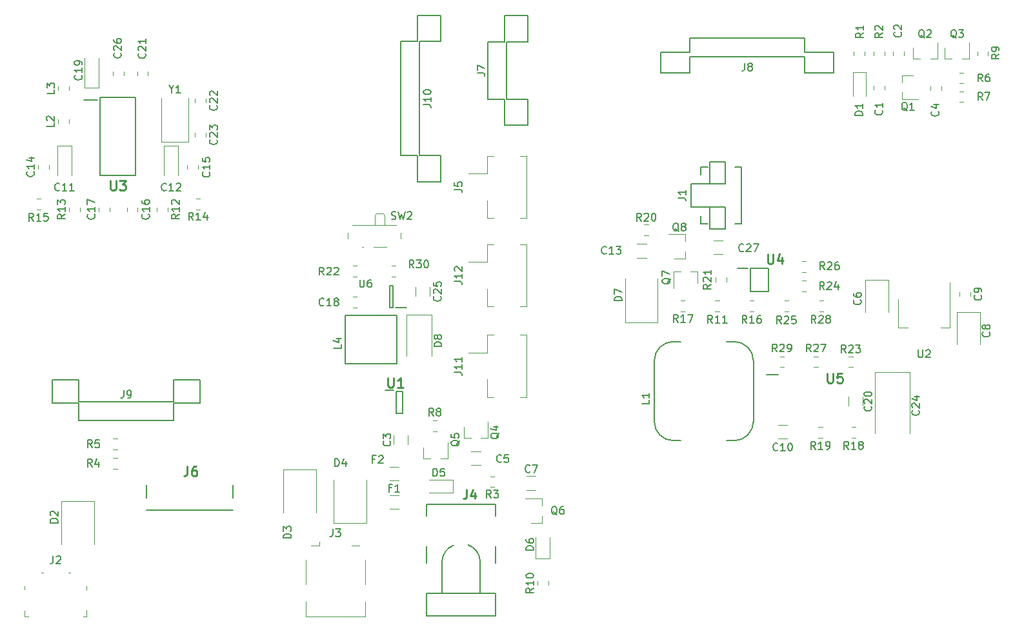
<source format=gto>
G04 #@! TF.GenerationSoftware,KiCad,Pcbnew,5.0.1-33cea8e~66~ubuntu18.04.1*
G04 #@! TF.CreationDate,2018-10-14T22:24:42+03:00*
G04 #@! TF.ProjectId,AA-PI-Display-Board-RaspberryPi3,41412D50492D446973706C61792D426F,02*
G04 #@! TF.SameCoordinates,Original*
G04 #@! TF.FileFunction,Legend,Top*
G04 #@! TF.FilePolarity,Positive*
%FSLAX46Y46*%
G04 Gerber Fmt 4.6, Leading zero omitted, Abs format (unit mm)*
G04 Created by KiCad (PCBNEW 5.0.1-33cea8e~66~ubuntu18.04.1) date Sun 14 Oct 2018 22:24:42 MSK*
%MOMM*%
%LPD*%
G01*
G04 APERTURE LIST*
%ADD10C,0.200000*%
%ADD11C,0.120000*%
%ADD12C,0.150000*%
%ADD13C,0.100000*%
%ADD14C,0.203200*%
%ADD15C,0.254000*%
G04 APERTURE END LIST*
D10*
G04 #@! TO.C,U6*
X109578000Y-99228000D02*
X108178000Y-99228000D01*
X107828000Y-96278000D02*
X107828000Y-99178000D01*
X107428000Y-96278000D02*
X107828000Y-96278000D01*
X107428000Y-99178000D02*
X107428000Y-96278000D01*
X107828000Y-99178000D02*
X107428000Y-99178000D01*
D11*
G04 #@! TO.C,C23*
X81840000Y-76761252D02*
X81840000Y-76238748D01*
X83260000Y-76761252D02*
X83260000Y-76238748D01*
D10*
G04 #@! TO.C,U1*
X106805000Y-110065000D02*
X107855000Y-110065000D01*
X108205000Y-113090000D02*
X108205000Y-110190000D01*
X109055000Y-113090000D02*
X108205000Y-113090000D01*
X109055000Y-110190000D02*
X109055000Y-113090000D01*
X108205000Y-110190000D02*
X109055000Y-110190000D01*
G04 #@! TO.C,U3*
X67250000Y-71900000D02*
X69050000Y-71900000D01*
X69400000Y-81800000D02*
X69400000Y-71600000D01*
X74000000Y-81800000D02*
X69400000Y-81800000D01*
X74000000Y-71600000D02*
X74000000Y-81800000D01*
X69400000Y-71600000D02*
X74000000Y-71600000D01*
G04 #@! TO.C,U5*
X156845000Y-108022000D02*
X158320000Y-108022000D01*
D12*
G04 #@! TO.C,J4*
X117709175Y-130349704D02*
G75*
G02X119250000Y-132481386I-852175J-2238682D01*
G01*
X112250000Y-139700000D02*
X121250000Y-139700000D01*
X112250000Y-125000000D02*
X121250000Y-125000000D01*
X112250000Y-136700000D02*
X114250000Y-136700000D01*
X114250000Y-136700000D02*
X119250000Y-136700000D01*
X119250000Y-136700000D02*
X121250000Y-136700000D01*
X114250000Y-136680000D02*
X114250000Y-132504000D01*
X115790825Y-130372318D02*
G75*
G03X114250000Y-132504000I852175J-2238682D01*
G01*
X119250000Y-132504000D02*
X119250000Y-136700000D01*
X112250000Y-139700000D02*
X112250000Y-136700000D01*
X112250000Y-132700000D02*
X112250000Y-130500000D01*
X112250000Y-126500000D02*
X112250000Y-125000000D01*
X121250000Y-125000000D02*
X121250000Y-126500000D01*
X121250000Y-130500000D02*
X121250000Y-132700000D01*
X121250000Y-136700000D02*
X121250000Y-139700000D01*
G04 #@! TO.C,J6*
X86850000Y-122510000D02*
X86850000Y-124160000D01*
X75450000Y-122510000D02*
X75450000Y-124160000D01*
X75450000Y-125810000D02*
X86850000Y-125810000D01*
G04 #@! TO.C,J1*
X153550000Y-87800000D02*
X153550000Y-81750000D01*
X153200000Y-88150000D02*
X153550000Y-88150000D01*
X153550000Y-81750000D02*
X153550000Y-80750000D01*
X153550000Y-88150000D02*
X153550000Y-87800000D01*
X152650000Y-88150000D02*
X153200000Y-88150000D01*
X152650000Y-80750000D02*
X153550000Y-80750000D01*
X148200000Y-88150000D02*
X148200000Y-87150000D01*
X148200000Y-88150000D02*
X149100000Y-88150000D01*
X148200000Y-80750000D02*
X149100000Y-80750000D01*
X148200000Y-81750000D02*
X148200000Y-80750000D01*
X149380000Y-82950000D02*
X146925000Y-82950000D01*
X149380000Y-85950000D02*
X146925000Y-85950000D01*
X149380000Y-80050000D02*
X149380000Y-82950000D01*
X149380000Y-88850000D02*
X149380000Y-85950000D01*
X151430000Y-80050000D02*
X149380000Y-80050000D01*
X151430000Y-88850000D02*
X149380000Y-88850000D01*
X151430000Y-82950000D02*
X151430000Y-80050000D01*
X151430000Y-85950000D02*
X151430000Y-88850000D01*
X148675000Y-82950000D02*
X151430000Y-82950000D01*
X148675000Y-85950000D02*
X151430000Y-85950000D01*
X146925000Y-85950000D02*
X146925000Y-82950000D01*
D11*
G04 #@! TO.C,C1*
X172310000Y-70561252D02*
X172310000Y-70038748D01*
X170890000Y-70561252D02*
X170890000Y-70038748D01*
G04 #@! TO.C,C2*
X174860000Y-65538748D02*
X174860000Y-66061252D01*
X173440000Y-65538748D02*
X173440000Y-66061252D01*
G04 #@! TO.C,C3*
X109740000Y-115937936D02*
X109740000Y-117142064D01*
X107920000Y-115937936D02*
X107920000Y-117142064D01*
G04 #@! TO.C,C4*
X178340000Y-70138748D02*
X178340000Y-70661252D01*
X179760000Y-70138748D02*
X179760000Y-70661252D01*
G04 #@! TO.C,C5*
X118097936Y-118040000D02*
X119302064Y-118040000D01*
X118097936Y-119860000D02*
X119302064Y-119860000D01*
G04 #@! TO.C,C6*
X172840000Y-99760000D02*
X172840000Y-95550000D01*
X172840000Y-95550000D02*
X169820000Y-95550000D01*
X169820000Y-95550000D02*
X169820000Y-99760000D01*
G04 #@! TO.C,C7*
X125347936Y-121290000D02*
X126552064Y-121290000D01*
X125347936Y-123110000D02*
X126552064Y-123110000D01*
G04 #@! TO.C,C8*
X181836000Y-99772000D02*
X181836000Y-103982000D01*
X184856000Y-99772000D02*
X181836000Y-99772000D01*
X184856000Y-103982000D02*
X184856000Y-99772000D01*
G04 #@! TO.C,C9*
X183548000Y-97667252D02*
X183548000Y-97144748D01*
X182128000Y-97667252D02*
X182128000Y-97144748D01*
G04 #@! TO.C,C10*
X158347936Y-116410000D02*
X159552064Y-116410000D01*
X158347936Y-114590000D02*
X159552064Y-114590000D01*
G04 #@! TO.C,C11*
X65635000Y-81850000D02*
X65635000Y-77940000D01*
X65635000Y-77940000D02*
X63765000Y-77940000D01*
X63765000Y-77940000D02*
X63765000Y-81850000D01*
G04 #@! TO.C,C12*
X77765000Y-77940000D02*
X77765000Y-81850000D01*
X79635000Y-77940000D02*
X77765000Y-77940000D01*
X79635000Y-81850000D02*
X79635000Y-77940000D01*
G04 #@! TO.C,C13*
X139847936Y-90840000D02*
X141052064Y-90840000D01*
X139847936Y-92660000D02*
X141052064Y-92660000D01*
G04 #@! TO.C,C14*
X61240000Y-80438748D02*
X61240000Y-80961252D01*
X62660000Y-80438748D02*
X62660000Y-80961252D01*
G04 #@! TO.C,C15*
X80790000Y-80961252D02*
X80790000Y-80438748D01*
X82210000Y-80961252D02*
X82210000Y-80438748D01*
G04 #@! TO.C,C16*
X72890000Y-86038748D02*
X72890000Y-86561252D01*
X74310000Y-86038748D02*
X74310000Y-86561252D01*
G04 #@! TO.C,C17*
X70610000Y-86038748D02*
X70610000Y-86561252D01*
X69190000Y-86038748D02*
X69190000Y-86561252D01*
G04 #@! TO.C,C18*
X103063252Y-99200000D02*
X102540748Y-99200000D01*
X103063252Y-97780000D02*
X102540748Y-97780000D01*
G04 #@! TO.C,C19*
X67335000Y-66430000D02*
X67335000Y-70340000D01*
X67335000Y-70340000D02*
X69205000Y-70340000D01*
X69205000Y-70340000D02*
X69205000Y-66430000D01*
G04 #@! TO.C,C20*
X167590000Y-110847936D02*
X167590000Y-112052064D01*
X169410000Y-110847936D02*
X169410000Y-112052064D01*
G04 #@! TO.C,C21*
X74260000Y-68721252D02*
X74260000Y-68198748D01*
X75680000Y-68721252D02*
X75680000Y-68198748D01*
G04 #@! TO.C,C22*
X81840000Y-71738748D02*
X81840000Y-72261252D01*
X83260000Y-71738748D02*
X83260000Y-72261252D01*
G04 #@! TO.C,C24*
X175610000Y-115700000D02*
X175610000Y-107640000D01*
X175610000Y-107640000D02*
X171090000Y-107640000D01*
X171090000Y-107640000D02*
X171090000Y-115700000D01*
G04 #@! TO.C,C25*
X112610000Y-97652064D02*
X112610000Y-96447936D01*
X110790000Y-97652064D02*
X110790000Y-96447936D01*
G04 #@! TO.C,C26*
X71070000Y-68741252D02*
X71070000Y-68218748D01*
X72490000Y-68741252D02*
X72490000Y-68218748D01*
G04 #@! TO.C,C27*
X149867936Y-92190000D02*
X151072064Y-92190000D01*
X149867936Y-90370000D02*
X151072064Y-90370000D01*
G04 #@! TO.C,D1*
X169850000Y-68300000D02*
X168150000Y-68300000D01*
X168150000Y-68300000D02*
X168150000Y-71450000D01*
X169850000Y-68300000D02*
X169850000Y-71450000D01*
G04 #@! TO.C,D2*
X68630000Y-124600000D02*
X68630000Y-130300000D01*
X64330000Y-124600000D02*
X64330000Y-130300000D01*
X68630000Y-124600000D02*
X64330000Y-124600000D01*
G04 #@! TO.C,D3*
X97750000Y-120400000D02*
X97750000Y-126100000D01*
X93450000Y-120400000D02*
X93450000Y-126100000D01*
X97750000Y-120400000D02*
X93450000Y-120400000D01*
G04 #@! TO.C,D4*
X100050000Y-127500000D02*
X104350000Y-127500000D01*
X104350000Y-127500000D02*
X104350000Y-121800000D01*
X100050000Y-127500000D02*
X100050000Y-121800000D01*
G04 #@! TO.C,D5*
X115716000Y-123490000D02*
X112566000Y-123490000D01*
X115716000Y-121790000D02*
X112566000Y-121790000D01*
X115716000Y-123490000D02*
X115716000Y-121790000D01*
G04 #@! TO.C,D6*
X126508000Y-129294000D02*
X126508000Y-132154000D01*
X126508000Y-132154000D02*
X128428000Y-132154000D01*
X128428000Y-132154000D02*
X128428000Y-129294000D01*
G04 #@! TO.C,D7*
X138250000Y-101100000D02*
X142550000Y-101100000D01*
X142550000Y-101100000D02*
X142550000Y-95400000D01*
X138250000Y-101100000D02*
X138250000Y-95400000D01*
G04 #@! TO.C,D8*
X112900000Y-100150000D02*
X109600000Y-100150000D01*
X109600000Y-100150000D02*
X109600000Y-105550000D01*
X112900000Y-100150000D02*
X112900000Y-105550000D01*
G04 #@! TO.C,F1*
X108552064Y-125610000D02*
X107347936Y-125610000D01*
X108552064Y-123790000D02*
X107347936Y-123790000D01*
G04 #@! TO.C,F2*
X107347936Y-121890000D02*
X108552064Y-121890000D01*
X107347936Y-120070000D02*
X108552064Y-120070000D01*
D13*
G04 #@! TO.C,J2*
X67600000Y-135750000D02*
X67600000Y-136250000D01*
X65200000Y-134000000D02*
X65500000Y-134000000D01*
X59500000Y-135750000D02*
X59500000Y-136200000D01*
X61650000Y-134000000D02*
X61950000Y-134000000D01*
X59500000Y-138950000D02*
X59500000Y-139750000D01*
X59500000Y-139750000D02*
X60000000Y-139750000D01*
X67150000Y-139750000D02*
X67600000Y-139750000D01*
X67600000Y-139750000D02*
X67600000Y-138900000D01*
D11*
G04 #@! TO.C,J3*
X104160000Y-139710000D02*
X96340000Y-139710000D01*
X98140000Y-130390000D02*
X98140000Y-129960000D01*
X104160000Y-139710000D02*
X104160000Y-137760000D01*
X104160000Y-135540000D02*
X104160000Y-132310000D01*
X102360000Y-130390000D02*
X103440000Y-130390000D01*
X97060000Y-130390000D02*
X98140000Y-130390000D01*
X96340000Y-135540000D02*
X96340000Y-132310000D01*
X96340000Y-139710000D02*
X96340000Y-137760000D01*
G04 #@! TO.C,J5*
X120990000Y-79265000D02*
X120140000Y-79265000D01*
X120140000Y-79265000D02*
X120140000Y-81590000D01*
X120140000Y-81590000D02*
X117750000Y-81590000D01*
X120990000Y-87435000D02*
X120140000Y-87435000D01*
X120140000Y-87435000D02*
X120140000Y-85110000D01*
X124510000Y-79265000D02*
X125360000Y-79265000D01*
X125360000Y-79265000D02*
X125360000Y-87435000D01*
X125360000Y-87435000D02*
X124510000Y-87435000D01*
D12*
G04 #@! TO.C,J7*
X120225000Y-71800000D02*
X120225000Y-64300000D01*
X122675000Y-71800000D02*
X122675000Y-64300000D01*
X122675000Y-71800000D02*
X125500000Y-71800000D01*
X122675000Y-64300000D02*
X125500000Y-64300000D01*
X125500000Y-71800000D02*
X125500000Y-75225000D01*
X125500000Y-64300000D02*
X125500000Y-60875000D01*
X125500000Y-75225000D02*
X122450000Y-75225000D01*
X125500000Y-60875000D02*
X122450000Y-60875000D01*
X122450000Y-75225000D02*
X122450000Y-71800000D01*
X122450000Y-60875000D02*
X122450000Y-64300000D01*
X122450000Y-71800000D02*
X120225000Y-71800000D01*
X122450000Y-64300000D02*
X120225000Y-64300000D01*
G04 #@! TO.C,J8*
X146800000Y-63775000D02*
X161800000Y-63775000D01*
X146800000Y-66225000D02*
X161800000Y-66225000D01*
X146800000Y-66225000D02*
X146800000Y-68350000D01*
X161800000Y-66225000D02*
X161800000Y-68350000D01*
X146800000Y-68350000D02*
X142950000Y-68350000D01*
X161800000Y-68350000D02*
X165650000Y-68350000D01*
X142950000Y-68350000D02*
X142950000Y-65700000D01*
X165650000Y-68350000D02*
X165650000Y-65700000D01*
X142950000Y-65700000D02*
X146800000Y-65700000D01*
X165650000Y-65700000D02*
X161800000Y-65700000D01*
X146800000Y-65700000D02*
X146800000Y-63775000D01*
X161800000Y-65700000D02*
X161800000Y-63775000D01*
G04 #@! TO.C,J9*
X79050000Y-113975000D02*
X66550000Y-113975000D01*
X79050000Y-111525000D02*
X66550000Y-111525000D01*
X79050000Y-111525000D02*
X79050000Y-108700000D01*
X66550000Y-111525000D02*
X66550000Y-108700000D01*
X79050000Y-108700000D02*
X82475000Y-108700000D01*
X66550000Y-108700000D02*
X63125000Y-108700000D01*
X82475000Y-108700000D02*
X82475000Y-111750000D01*
X63125000Y-108700000D02*
X63125000Y-111750000D01*
X82475000Y-111750000D02*
X79050000Y-111750000D01*
X63125000Y-111750000D02*
X66550000Y-111750000D01*
X79050000Y-111750000D02*
X79050000Y-113975000D01*
X66550000Y-111750000D02*
X66550000Y-113975000D01*
G04 #@! TO.C,J10*
X108825000Y-79250000D02*
X108825000Y-64250000D01*
X111275000Y-79250000D02*
X111275000Y-64250000D01*
X111275000Y-79250000D02*
X114100000Y-79250000D01*
X111275000Y-64250000D02*
X114100000Y-64250000D01*
X114100000Y-79250000D02*
X114100000Y-82675000D01*
X114100000Y-64250000D02*
X114100000Y-60825000D01*
X114100000Y-82675000D02*
X111050000Y-82675000D01*
X114100000Y-60825000D02*
X111050000Y-60825000D01*
X111050000Y-82675000D02*
X111050000Y-79250000D01*
X111050000Y-60825000D02*
X111050000Y-64250000D01*
X111050000Y-79250000D02*
X108825000Y-79250000D01*
X111050000Y-64250000D02*
X108825000Y-64250000D01*
D11*
G04 #@! TO.C,J11*
X125360000Y-110935000D02*
X124510000Y-110935000D01*
X125360000Y-102765000D02*
X125360000Y-110935000D01*
X124510000Y-102765000D02*
X125360000Y-102765000D01*
X120140000Y-110935000D02*
X120140000Y-108610000D01*
X120990000Y-110935000D02*
X120140000Y-110935000D01*
X120140000Y-105090000D02*
X117750000Y-105090000D01*
X120140000Y-102765000D02*
X120140000Y-105090000D01*
X120990000Y-102765000D02*
X120140000Y-102765000D01*
G04 #@! TO.C,J12*
X120990000Y-90865000D02*
X120140000Y-90865000D01*
X120140000Y-90865000D02*
X120140000Y-93190000D01*
X120140000Y-93190000D02*
X117750000Y-93190000D01*
X120990000Y-99035000D02*
X120140000Y-99035000D01*
X120140000Y-99035000D02*
X120140000Y-96710000D01*
X124510000Y-90865000D02*
X125360000Y-90865000D01*
X125360000Y-90865000D02*
X125360000Y-99035000D01*
X125360000Y-99035000D02*
X124510000Y-99035000D01*
D14*
G04 #@! TO.C,L1*
X142100000Y-114150000D02*
G75*
G03X144600000Y-116650000I2500000J0D01*
G01*
X142100000Y-114150000D02*
X142100000Y-106150000D01*
X144600000Y-103650000D02*
G75*
G03X142100000Y-106150000I0J-2500000D01*
G01*
X144600000Y-103650000D02*
X145600000Y-103650000D01*
X151600000Y-103650000D02*
X152600000Y-103650000D01*
X155100000Y-106150000D02*
G75*
G03X152600000Y-103650000I-2500000J0D01*
G01*
X155100000Y-106150000D02*
X155100000Y-114150000D01*
X152600000Y-116650000D02*
G75*
G03X155100000Y-114150000I0J2500000D01*
G01*
X152600000Y-116650000D02*
X151600000Y-116650000D01*
X145600000Y-116650000D02*
X144600000Y-116650000D01*
D11*
G04 #@! TO.C,L2*
X63890000Y-74488748D02*
X63890000Y-75011252D01*
X65310000Y-74488748D02*
X65310000Y-75011252D01*
G04 #@! TO.C,L3*
X63890000Y-70661252D02*
X63890000Y-70138748D01*
X65310000Y-70661252D02*
X65310000Y-70138748D01*
D14*
G04 #@! TO.C,L4*
X101550000Y-106525000D02*
X101550000Y-100175000D01*
X101550000Y-100175000D02*
X108350000Y-100175000D01*
X108350000Y-100175000D02*
X108350000Y-106525000D01*
X108350000Y-106525000D02*
X101550000Y-106525000D01*
D11*
G04 #@! TO.C,Q1*
X174590000Y-68720000D02*
X176050000Y-68720000D01*
X174590000Y-71880000D02*
X176750000Y-71880000D01*
X174590000Y-71880000D02*
X174590000Y-70950000D01*
X174590000Y-68720000D02*
X174590000Y-69650000D01*
G04 #@! TO.C,Q2*
X176070000Y-66510000D02*
X177000000Y-66510000D01*
X179230000Y-66510000D02*
X178300000Y-66510000D01*
X179230000Y-66510000D02*
X179230000Y-64350000D01*
X176070000Y-66510000D02*
X176070000Y-65050000D01*
G04 #@! TO.C,Q3*
X180220000Y-66510000D02*
X180220000Y-65050000D01*
X183380000Y-66510000D02*
X183380000Y-64350000D01*
X183380000Y-66510000D02*
X182450000Y-66510000D01*
X180220000Y-66510000D02*
X181150000Y-66510000D01*
G04 #@! TO.C,Q4*
X117120000Y-116310000D02*
X117120000Y-114850000D01*
X120280000Y-116310000D02*
X120280000Y-114150000D01*
X120280000Y-116310000D02*
X119350000Y-116310000D01*
X117120000Y-116310000D02*
X118050000Y-116310000D01*
G04 #@! TO.C,Q5*
X111824000Y-119028000D02*
X112754000Y-119028000D01*
X114984000Y-119028000D02*
X114054000Y-119028000D01*
X114984000Y-119028000D02*
X114984000Y-116868000D01*
X111824000Y-119028000D02*
X111824000Y-117568000D01*
G04 #@! TO.C,Q6*
X127360000Y-127430000D02*
X127360000Y-126500000D01*
X127360000Y-124270000D02*
X127360000Y-125200000D01*
X127360000Y-124270000D02*
X125200000Y-124270000D01*
X127360000Y-127430000D02*
X125900000Y-127430000D01*
G04 #@! TO.C,Q7*
X147780000Y-94490000D02*
X147780000Y-95950000D01*
X144620000Y-94490000D02*
X144620000Y-96650000D01*
X144620000Y-94490000D02*
X145550000Y-94490000D01*
X147780000Y-94490000D02*
X146850000Y-94490000D01*
G04 #@! TO.C,Q8*
X146160000Y-92730000D02*
X146160000Y-91800000D01*
X146160000Y-89570000D02*
X146160000Y-90500000D01*
X146160000Y-89570000D02*
X144000000Y-89570000D01*
X146160000Y-92730000D02*
X144700000Y-92730000D01*
G04 #@! TO.C,R1*
X169710000Y-65538748D02*
X169710000Y-66061252D01*
X168290000Y-65538748D02*
X168290000Y-66061252D01*
G04 #@! TO.C,R2*
X170890000Y-65538748D02*
X170890000Y-66061252D01*
X172310000Y-65538748D02*
X172310000Y-66061252D01*
G04 #@! TO.C,R3*
X121111252Y-121340000D02*
X120588748Y-121340000D01*
X121111252Y-122760000D02*
X120588748Y-122760000D01*
G04 #@! TO.C,R4*
X71631252Y-120330000D02*
X71108748Y-120330000D01*
X71631252Y-118910000D02*
X71108748Y-118910000D01*
G04 #@! TO.C,R5*
X71631252Y-116410000D02*
X71108748Y-116410000D01*
X71631252Y-117830000D02*
X71108748Y-117830000D01*
G04 #@! TO.C,R6*
X182138748Y-68340000D02*
X182661252Y-68340000D01*
X182138748Y-69760000D02*
X182661252Y-69760000D01*
G04 #@! TO.C,R7*
X182686252Y-70790000D02*
X182163748Y-70790000D01*
X182686252Y-72210000D02*
X182163748Y-72210000D01*
G04 #@! TO.C,R8*
X113561252Y-115430000D02*
X113038748Y-115430000D01*
X113561252Y-114010000D02*
X113038748Y-114010000D01*
G04 #@! TO.C,R9*
X184490000Y-66061252D02*
X184490000Y-65538748D01*
X185910000Y-66061252D02*
X185910000Y-65538748D01*
G04 #@! TO.C,R10*
X128178000Y-135635252D02*
X128178000Y-135112748D01*
X126758000Y-135635252D02*
X126758000Y-135112748D01*
G04 #@! TO.C,R11*
X150088748Y-99710000D02*
X150611252Y-99710000D01*
X150088748Y-98290000D02*
X150611252Y-98290000D01*
G04 #@! TO.C,R12*
X76840000Y-86561252D02*
X76840000Y-86038748D01*
X78260000Y-86561252D02*
X78260000Y-86038748D01*
G04 #@! TO.C,R13*
X66710000Y-86561252D02*
X66710000Y-86038748D01*
X65290000Y-86561252D02*
X65290000Y-86038748D01*
G04 #@! TO.C,R14*
X82511252Y-84890000D02*
X81988748Y-84890000D01*
X82511252Y-86310000D02*
X81988748Y-86310000D01*
G04 #@! TO.C,R15*
X61038748Y-84890000D02*
X61561252Y-84890000D01*
X61038748Y-86310000D02*
X61561252Y-86310000D01*
G04 #@! TO.C,R16*
X155161252Y-98290000D02*
X154638748Y-98290000D01*
X155161252Y-99710000D02*
X154638748Y-99710000D01*
G04 #@! TO.C,R17*
X146111252Y-99710000D02*
X145588748Y-99710000D01*
X146111252Y-98290000D02*
X145588748Y-98290000D01*
G04 #@! TO.C,R18*
X167974748Y-114834000D02*
X168497252Y-114834000D01*
X167974748Y-116254000D02*
X168497252Y-116254000D01*
G04 #@! TO.C,R19*
X163638748Y-116254000D02*
X164161252Y-116254000D01*
X163638748Y-114834000D02*
X164161252Y-114834000D01*
G04 #@! TO.C,R20*
X140788748Y-89710000D02*
X141311252Y-89710000D01*
X140788748Y-88290000D02*
X141311252Y-88290000D01*
G04 #@! TO.C,R21*
X151560000Y-95238748D02*
X151560000Y-95761252D01*
X150140000Y-95238748D02*
X150140000Y-95761252D01*
G04 #@! TO.C,R22*
X103063252Y-95136000D02*
X102540748Y-95136000D01*
X103063252Y-93716000D02*
X102540748Y-93716000D01*
G04 #@! TO.C,R23*
X167624748Y-105590000D02*
X168147252Y-105590000D01*
X167624748Y-107010000D02*
X168147252Y-107010000D01*
G04 #@! TO.C,R24*
X162011252Y-97060000D02*
X161488748Y-97060000D01*
X162011252Y-95640000D02*
X161488748Y-95640000D01*
G04 #@! TO.C,R25*
X159188748Y-99710000D02*
X159711252Y-99710000D01*
X159188748Y-98290000D02*
X159711252Y-98290000D01*
G04 #@! TO.C,R26*
X161488748Y-93090000D02*
X162011252Y-93090000D01*
X161488748Y-94510000D02*
X162011252Y-94510000D01*
G04 #@! TO.C,R27*
X163575252Y-105590000D02*
X163052748Y-105590000D01*
X163575252Y-107010000D02*
X163052748Y-107010000D01*
G04 #@! TO.C,R28*
X163738748Y-99710000D02*
X164261252Y-99710000D01*
X163738748Y-98290000D02*
X164261252Y-98290000D01*
G04 #@! TO.C,R29*
X159111252Y-107010000D02*
X158588748Y-107010000D01*
X159111252Y-105590000D02*
X158588748Y-105590000D01*
G04 #@! TO.C,R30*
X108143252Y-93716000D02*
X107620748Y-93716000D01*
X108143252Y-95136000D02*
X107620748Y-95136000D01*
G04 #@! TO.C,SW2*
X103950000Y-91200000D02*
X103750000Y-91200000D01*
X106750000Y-87060000D02*
X106550000Y-86850000D01*
X105450000Y-87060000D02*
X105650000Y-86850000D01*
X106750000Y-88350000D02*
X106750000Y-87060000D01*
X106550000Y-86850000D02*
X105650000Y-86850000D01*
X105450000Y-87060000D02*
X105450000Y-88350000D01*
X108200000Y-88350000D02*
X102500000Y-88350000D01*
X106950000Y-91200000D02*
X105250000Y-91200000D01*
X108800000Y-90150000D02*
X108800000Y-89360000D01*
X101900000Y-89360000D02*
X101900000Y-90150000D01*
G04 #@! TO.C,U2*
X174094000Y-101856000D02*
X175354000Y-101856000D01*
X180914000Y-101856000D02*
X179654000Y-101856000D01*
X174094000Y-98096000D02*
X174094000Y-101856000D01*
X180914000Y-95846000D02*
X180914000Y-101856000D01*
D10*
G04 #@! TO.C,U4*
X154750000Y-94050000D02*
X157050000Y-94050000D01*
X157050000Y-94050000D02*
X157050000Y-97050000D01*
X157050000Y-97050000D02*
X154750000Y-97050000D01*
X154750000Y-97050000D02*
X154750000Y-94050000D01*
X153000000Y-94050000D02*
X154400000Y-94050000D01*
D11*
G04 #@! TO.C,Y1*
X77410000Y-71650000D02*
X77410000Y-77400000D01*
X77410000Y-77400000D02*
X81010000Y-77400000D01*
X81010000Y-77400000D02*
X81010000Y-71650000D01*
G04 #@! TO.C,U6*
D12*
X103458095Y-95522380D02*
X103458095Y-96331904D01*
X103505714Y-96427142D01*
X103553333Y-96474761D01*
X103648571Y-96522380D01*
X103839047Y-96522380D01*
X103934285Y-96474761D01*
X103981904Y-96427142D01*
X104029523Y-96331904D01*
X104029523Y-95522380D01*
X104934285Y-95522380D02*
X104743809Y-95522380D01*
X104648571Y-95570000D01*
X104600952Y-95617619D01*
X104505714Y-95760476D01*
X104458095Y-95950952D01*
X104458095Y-96331904D01*
X104505714Y-96427142D01*
X104553333Y-96474761D01*
X104648571Y-96522380D01*
X104839047Y-96522380D01*
X104934285Y-96474761D01*
X104981904Y-96427142D01*
X105029523Y-96331904D01*
X105029523Y-96093809D01*
X104981904Y-95998571D01*
X104934285Y-95950952D01*
X104839047Y-95903333D01*
X104648571Y-95903333D01*
X104553333Y-95950952D01*
X104505714Y-95998571D01*
X104458095Y-96093809D01*
G04 #@! TO.C,C23*
X84657142Y-77142857D02*
X84704761Y-77190476D01*
X84752380Y-77333333D01*
X84752380Y-77428571D01*
X84704761Y-77571428D01*
X84609523Y-77666666D01*
X84514285Y-77714285D01*
X84323809Y-77761904D01*
X84180952Y-77761904D01*
X83990476Y-77714285D01*
X83895238Y-77666666D01*
X83800000Y-77571428D01*
X83752380Y-77428571D01*
X83752380Y-77333333D01*
X83800000Y-77190476D01*
X83847619Y-77142857D01*
X83847619Y-76761904D02*
X83800000Y-76714285D01*
X83752380Y-76619047D01*
X83752380Y-76380952D01*
X83800000Y-76285714D01*
X83847619Y-76238095D01*
X83942857Y-76190476D01*
X84038095Y-76190476D01*
X84180952Y-76238095D01*
X84752380Y-76809523D01*
X84752380Y-76190476D01*
X83752380Y-75857142D02*
X83752380Y-75238095D01*
X84133333Y-75571428D01*
X84133333Y-75428571D01*
X84180952Y-75333333D01*
X84228571Y-75285714D01*
X84323809Y-75238095D01*
X84561904Y-75238095D01*
X84657142Y-75285714D01*
X84704761Y-75333333D01*
X84752380Y-75428571D01*
X84752380Y-75714285D01*
X84704761Y-75809523D01*
X84657142Y-75857142D01*
G04 #@! TO.C,U1*
D15*
X107154380Y-108404523D02*
X107154380Y-109432619D01*
X107214857Y-109553571D01*
X107275333Y-109614047D01*
X107396285Y-109674523D01*
X107638190Y-109674523D01*
X107759142Y-109614047D01*
X107819619Y-109553571D01*
X107880095Y-109432619D01*
X107880095Y-108404523D01*
X109150095Y-109674523D02*
X108424380Y-109674523D01*
X108787238Y-109674523D02*
X108787238Y-108404523D01*
X108666285Y-108585952D01*
X108545333Y-108706904D01*
X108424380Y-108767380D01*
G04 #@! TO.C,U3*
X70732380Y-82504523D02*
X70732380Y-83532619D01*
X70792857Y-83653571D01*
X70853333Y-83714047D01*
X70974285Y-83774523D01*
X71216190Y-83774523D01*
X71337142Y-83714047D01*
X71397619Y-83653571D01*
X71458095Y-83532619D01*
X71458095Y-82504523D01*
X71941904Y-82504523D02*
X72728095Y-82504523D01*
X72304761Y-82988333D01*
X72486190Y-82988333D01*
X72607142Y-83048809D01*
X72667619Y-83109285D01*
X72728095Y-83230238D01*
X72728095Y-83532619D01*
X72667619Y-83653571D01*
X72607142Y-83714047D01*
X72486190Y-83774523D01*
X72123333Y-83774523D01*
X72002380Y-83714047D01*
X71941904Y-83653571D01*
G04 #@! TO.C,U5*
X164832380Y-107804523D02*
X164832380Y-108832619D01*
X164892857Y-108953571D01*
X164953333Y-109014047D01*
X165074285Y-109074523D01*
X165316190Y-109074523D01*
X165437142Y-109014047D01*
X165497619Y-108953571D01*
X165558095Y-108832619D01*
X165558095Y-107804523D01*
X166767619Y-107804523D02*
X166162857Y-107804523D01*
X166102380Y-108409285D01*
X166162857Y-108348809D01*
X166283809Y-108288333D01*
X166586190Y-108288333D01*
X166707142Y-108348809D01*
X166767619Y-108409285D01*
X166828095Y-108530238D01*
X166828095Y-108832619D01*
X166767619Y-108953571D01*
X166707142Y-109014047D01*
X166586190Y-109074523D01*
X166283809Y-109074523D01*
X166162857Y-109014047D01*
X166102380Y-108953571D01*
G04 #@! TO.C,J4*
X117497076Y-123086047D02*
X117497076Y-123947833D01*
X117439623Y-124120190D01*
X117324719Y-124235095D01*
X117152361Y-124292547D01*
X117037457Y-124292547D01*
X118588671Y-123488214D02*
X118588671Y-124292547D01*
X118301409Y-123028595D02*
X118014147Y-123890380D01*
X118761028Y-123890380D01*
G04 #@! TO.C,J6*
X80839665Y-120034523D02*
X80839665Y-120941666D01*
X80779189Y-121123095D01*
X80658237Y-121244047D01*
X80476808Y-121304523D01*
X80355856Y-121304523D01*
X81988713Y-120034523D02*
X81746808Y-120034523D01*
X81625856Y-120095000D01*
X81565379Y-120155476D01*
X81444427Y-120336904D01*
X81383951Y-120578809D01*
X81383951Y-121062619D01*
X81444427Y-121183571D01*
X81504903Y-121244047D01*
X81625856Y-121304523D01*
X81867760Y-121304523D01*
X81988713Y-121244047D01*
X82049189Y-121183571D01*
X82109665Y-121062619D01*
X82109665Y-120760238D01*
X82049189Y-120639285D01*
X81988713Y-120578809D01*
X81867760Y-120518333D01*
X81625856Y-120518333D01*
X81504903Y-120578809D01*
X81444427Y-120639285D01*
X81383951Y-120760238D01*
G04 #@! TO.C,J1*
D12*
X145252380Y-84783333D02*
X145966666Y-84783333D01*
X146109523Y-84830952D01*
X146204761Y-84926190D01*
X146252380Y-85069047D01*
X146252380Y-85164285D01*
X146252380Y-83783333D02*
X146252380Y-84354761D01*
X146252380Y-84069047D02*
X145252380Y-84069047D01*
X145395238Y-84164285D01*
X145490476Y-84259523D01*
X145538095Y-84354761D01*
G04 #@! TO.C,C1*
X171957142Y-73266666D02*
X172004761Y-73314285D01*
X172052380Y-73457142D01*
X172052380Y-73552380D01*
X172004761Y-73695238D01*
X171909523Y-73790476D01*
X171814285Y-73838095D01*
X171623809Y-73885714D01*
X171480952Y-73885714D01*
X171290476Y-73838095D01*
X171195238Y-73790476D01*
X171100000Y-73695238D01*
X171052380Y-73552380D01*
X171052380Y-73457142D01*
X171100000Y-73314285D01*
X171147619Y-73266666D01*
X172052380Y-72314285D02*
X172052380Y-72885714D01*
X172052380Y-72600000D02*
X171052380Y-72600000D01*
X171195238Y-72695238D01*
X171290476Y-72790476D01*
X171338095Y-72885714D01*
G04 #@! TO.C,C2*
X174457142Y-63016666D02*
X174504761Y-63064285D01*
X174552380Y-63207142D01*
X174552380Y-63302380D01*
X174504761Y-63445238D01*
X174409523Y-63540476D01*
X174314285Y-63588095D01*
X174123809Y-63635714D01*
X173980952Y-63635714D01*
X173790476Y-63588095D01*
X173695238Y-63540476D01*
X173600000Y-63445238D01*
X173552380Y-63302380D01*
X173552380Y-63207142D01*
X173600000Y-63064285D01*
X173647619Y-63016666D01*
X173647619Y-62635714D02*
X173600000Y-62588095D01*
X173552380Y-62492857D01*
X173552380Y-62254761D01*
X173600000Y-62159523D01*
X173647619Y-62111904D01*
X173742857Y-62064285D01*
X173838095Y-62064285D01*
X173980952Y-62111904D01*
X174552380Y-62683333D01*
X174552380Y-62064285D01*
G04 #@! TO.C,C3*
X107409142Y-116706666D02*
X107456761Y-116754285D01*
X107504380Y-116897142D01*
X107504380Y-116992380D01*
X107456761Y-117135238D01*
X107361523Y-117230476D01*
X107266285Y-117278095D01*
X107075809Y-117325714D01*
X106932952Y-117325714D01*
X106742476Y-117278095D01*
X106647238Y-117230476D01*
X106552000Y-117135238D01*
X106504380Y-116992380D01*
X106504380Y-116897142D01*
X106552000Y-116754285D01*
X106599619Y-116706666D01*
X106504380Y-116373333D02*
X106504380Y-115754285D01*
X106885333Y-116087619D01*
X106885333Y-115944761D01*
X106932952Y-115849523D01*
X106980571Y-115801904D01*
X107075809Y-115754285D01*
X107313904Y-115754285D01*
X107409142Y-115801904D01*
X107456761Y-115849523D01*
X107504380Y-115944761D01*
X107504380Y-116230476D01*
X107456761Y-116325714D01*
X107409142Y-116373333D01*
G04 #@! TO.C,C4*
X179357142Y-73416666D02*
X179404761Y-73464285D01*
X179452380Y-73607142D01*
X179452380Y-73702380D01*
X179404761Y-73845238D01*
X179309523Y-73940476D01*
X179214285Y-73988095D01*
X179023809Y-74035714D01*
X178880952Y-74035714D01*
X178690476Y-73988095D01*
X178595238Y-73940476D01*
X178500000Y-73845238D01*
X178452380Y-73702380D01*
X178452380Y-73607142D01*
X178500000Y-73464285D01*
X178547619Y-73416666D01*
X178785714Y-72559523D02*
X179452380Y-72559523D01*
X178404761Y-72797619D02*
X179119047Y-73035714D01*
X179119047Y-72416666D01*
G04 #@! TO.C,C5*
X122033333Y-119407142D02*
X121985714Y-119454761D01*
X121842857Y-119502380D01*
X121747619Y-119502380D01*
X121604761Y-119454761D01*
X121509523Y-119359523D01*
X121461904Y-119264285D01*
X121414285Y-119073809D01*
X121414285Y-118930952D01*
X121461904Y-118740476D01*
X121509523Y-118645238D01*
X121604761Y-118550000D01*
X121747619Y-118502380D01*
X121842857Y-118502380D01*
X121985714Y-118550000D01*
X122033333Y-118597619D01*
X122938095Y-118502380D02*
X122461904Y-118502380D01*
X122414285Y-118978571D01*
X122461904Y-118930952D01*
X122557142Y-118883333D01*
X122795238Y-118883333D01*
X122890476Y-118930952D01*
X122938095Y-118978571D01*
X122985714Y-119073809D01*
X122985714Y-119311904D01*
X122938095Y-119407142D01*
X122890476Y-119454761D01*
X122795238Y-119502380D01*
X122557142Y-119502380D01*
X122461904Y-119454761D01*
X122414285Y-119407142D01*
G04 #@! TO.C,C6*
X169147142Y-98176666D02*
X169194761Y-98224285D01*
X169242380Y-98367142D01*
X169242380Y-98462380D01*
X169194761Y-98605238D01*
X169099523Y-98700476D01*
X169004285Y-98748095D01*
X168813809Y-98795714D01*
X168670952Y-98795714D01*
X168480476Y-98748095D01*
X168385238Y-98700476D01*
X168290000Y-98605238D01*
X168242380Y-98462380D01*
X168242380Y-98367142D01*
X168290000Y-98224285D01*
X168337619Y-98176666D01*
X168242380Y-97319523D02*
X168242380Y-97510000D01*
X168290000Y-97605238D01*
X168337619Y-97652857D01*
X168480476Y-97748095D01*
X168670952Y-97795714D01*
X169051904Y-97795714D01*
X169147142Y-97748095D01*
X169194761Y-97700476D01*
X169242380Y-97605238D01*
X169242380Y-97414761D01*
X169194761Y-97319523D01*
X169147142Y-97271904D01*
X169051904Y-97224285D01*
X168813809Y-97224285D01*
X168718571Y-97271904D01*
X168670952Y-97319523D01*
X168623333Y-97414761D01*
X168623333Y-97605238D01*
X168670952Y-97700476D01*
X168718571Y-97748095D01*
X168813809Y-97795714D01*
G04 #@! TO.C,C7*
X125783333Y-120737142D02*
X125735714Y-120784761D01*
X125592857Y-120832380D01*
X125497619Y-120832380D01*
X125354761Y-120784761D01*
X125259523Y-120689523D01*
X125211904Y-120594285D01*
X125164285Y-120403809D01*
X125164285Y-120260952D01*
X125211904Y-120070476D01*
X125259523Y-119975238D01*
X125354761Y-119880000D01*
X125497619Y-119832380D01*
X125592857Y-119832380D01*
X125735714Y-119880000D01*
X125783333Y-119927619D01*
X126116666Y-119832380D02*
X126783333Y-119832380D01*
X126354761Y-120832380D01*
G04 #@! TO.C,C8*
X186053142Y-102398666D02*
X186100761Y-102446285D01*
X186148380Y-102589142D01*
X186148380Y-102684380D01*
X186100761Y-102827238D01*
X186005523Y-102922476D01*
X185910285Y-102970095D01*
X185719809Y-103017714D01*
X185576952Y-103017714D01*
X185386476Y-102970095D01*
X185291238Y-102922476D01*
X185196000Y-102827238D01*
X185148380Y-102684380D01*
X185148380Y-102589142D01*
X185196000Y-102446285D01*
X185243619Y-102398666D01*
X185576952Y-101827238D02*
X185529333Y-101922476D01*
X185481714Y-101970095D01*
X185386476Y-102017714D01*
X185338857Y-102017714D01*
X185243619Y-101970095D01*
X185196000Y-101922476D01*
X185148380Y-101827238D01*
X185148380Y-101636761D01*
X185196000Y-101541523D01*
X185243619Y-101493904D01*
X185338857Y-101446285D01*
X185386476Y-101446285D01*
X185481714Y-101493904D01*
X185529333Y-101541523D01*
X185576952Y-101636761D01*
X185576952Y-101827238D01*
X185624571Y-101922476D01*
X185672190Y-101970095D01*
X185767428Y-102017714D01*
X185957904Y-102017714D01*
X186053142Y-101970095D01*
X186100761Y-101922476D01*
X186148380Y-101827238D01*
X186148380Y-101636761D01*
X186100761Y-101541523D01*
X186053142Y-101493904D01*
X185957904Y-101446285D01*
X185767428Y-101446285D01*
X185672190Y-101493904D01*
X185624571Y-101541523D01*
X185576952Y-101636761D01*
G04 #@! TO.C,C9*
X184973142Y-97572666D02*
X185020761Y-97620285D01*
X185068380Y-97763142D01*
X185068380Y-97858380D01*
X185020761Y-98001238D01*
X184925523Y-98096476D01*
X184830285Y-98144095D01*
X184639809Y-98191714D01*
X184496952Y-98191714D01*
X184306476Y-98144095D01*
X184211238Y-98096476D01*
X184116000Y-98001238D01*
X184068380Y-97858380D01*
X184068380Y-97763142D01*
X184116000Y-97620285D01*
X184163619Y-97572666D01*
X185068380Y-97096476D02*
X185068380Y-96906000D01*
X185020761Y-96810761D01*
X184973142Y-96763142D01*
X184830285Y-96667904D01*
X184639809Y-96620285D01*
X184258857Y-96620285D01*
X184163619Y-96667904D01*
X184116000Y-96715523D01*
X184068380Y-96810761D01*
X184068380Y-97001238D01*
X184116000Y-97096476D01*
X184163619Y-97144095D01*
X184258857Y-97191714D01*
X184496952Y-97191714D01*
X184592190Y-97144095D01*
X184639809Y-97096476D01*
X184687428Y-97001238D01*
X184687428Y-96810761D01*
X184639809Y-96715523D01*
X184592190Y-96667904D01*
X184496952Y-96620285D01*
G04 #@! TO.C,C10*
X158307142Y-117889142D02*
X158259523Y-117936761D01*
X158116666Y-117984380D01*
X158021428Y-117984380D01*
X157878571Y-117936761D01*
X157783333Y-117841523D01*
X157735714Y-117746285D01*
X157688095Y-117555809D01*
X157688095Y-117412952D01*
X157735714Y-117222476D01*
X157783333Y-117127238D01*
X157878571Y-117032000D01*
X158021428Y-116984380D01*
X158116666Y-116984380D01*
X158259523Y-117032000D01*
X158307142Y-117079619D01*
X159259523Y-117984380D02*
X158688095Y-117984380D01*
X158973809Y-117984380D02*
X158973809Y-116984380D01*
X158878571Y-117127238D01*
X158783333Y-117222476D01*
X158688095Y-117270095D01*
X159878571Y-116984380D02*
X159973809Y-116984380D01*
X160069047Y-117032000D01*
X160116666Y-117079619D01*
X160164285Y-117174857D01*
X160211904Y-117365333D01*
X160211904Y-117603428D01*
X160164285Y-117793904D01*
X160116666Y-117889142D01*
X160069047Y-117936761D01*
X159973809Y-117984380D01*
X159878571Y-117984380D01*
X159783333Y-117936761D01*
X159735714Y-117889142D01*
X159688095Y-117793904D01*
X159640476Y-117603428D01*
X159640476Y-117365333D01*
X159688095Y-117174857D01*
X159735714Y-117079619D01*
X159783333Y-117032000D01*
X159878571Y-116984380D01*
G04 #@! TO.C,C11*
X64057142Y-83757142D02*
X64009523Y-83804761D01*
X63866666Y-83852380D01*
X63771428Y-83852380D01*
X63628571Y-83804761D01*
X63533333Y-83709523D01*
X63485714Y-83614285D01*
X63438095Y-83423809D01*
X63438095Y-83280952D01*
X63485714Y-83090476D01*
X63533333Y-82995238D01*
X63628571Y-82900000D01*
X63771428Y-82852380D01*
X63866666Y-82852380D01*
X64009523Y-82900000D01*
X64057142Y-82947619D01*
X65009523Y-83852380D02*
X64438095Y-83852380D01*
X64723809Y-83852380D02*
X64723809Y-82852380D01*
X64628571Y-82995238D01*
X64533333Y-83090476D01*
X64438095Y-83138095D01*
X65961904Y-83852380D02*
X65390476Y-83852380D01*
X65676190Y-83852380D02*
X65676190Y-82852380D01*
X65580952Y-82995238D01*
X65485714Y-83090476D01*
X65390476Y-83138095D01*
G04 #@! TO.C,C12*
X78057142Y-83757142D02*
X78009523Y-83804761D01*
X77866666Y-83852380D01*
X77771428Y-83852380D01*
X77628571Y-83804761D01*
X77533333Y-83709523D01*
X77485714Y-83614285D01*
X77438095Y-83423809D01*
X77438095Y-83280952D01*
X77485714Y-83090476D01*
X77533333Y-82995238D01*
X77628571Y-82900000D01*
X77771428Y-82852380D01*
X77866666Y-82852380D01*
X78009523Y-82900000D01*
X78057142Y-82947619D01*
X79009523Y-83852380D02*
X78438095Y-83852380D01*
X78723809Y-83852380D02*
X78723809Y-82852380D01*
X78628571Y-82995238D01*
X78533333Y-83090476D01*
X78438095Y-83138095D01*
X79390476Y-82947619D02*
X79438095Y-82900000D01*
X79533333Y-82852380D01*
X79771428Y-82852380D01*
X79866666Y-82900000D01*
X79914285Y-82947619D01*
X79961904Y-83042857D01*
X79961904Y-83138095D01*
X79914285Y-83280952D01*
X79342857Y-83852380D01*
X79961904Y-83852380D01*
G04 #@! TO.C,C13*
X135807142Y-92057142D02*
X135759523Y-92104761D01*
X135616666Y-92152380D01*
X135521428Y-92152380D01*
X135378571Y-92104761D01*
X135283333Y-92009523D01*
X135235714Y-91914285D01*
X135188095Y-91723809D01*
X135188095Y-91580952D01*
X135235714Y-91390476D01*
X135283333Y-91295238D01*
X135378571Y-91200000D01*
X135521428Y-91152380D01*
X135616666Y-91152380D01*
X135759523Y-91200000D01*
X135807142Y-91247619D01*
X136759523Y-92152380D02*
X136188095Y-92152380D01*
X136473809Y-92152380D02*
X136473809Y-91152380D01*
X136378571Y-91295238D01*
X136283333Y-91390476D01*
X136188095Y-91438095D01*
X137092857Y-91152380D02*
X137711904Y-91152380D01*
X137378571Y-91533333D01*
X137521428Y-91533333D01*
X137616666Y-91580952D01*
X137664285Y-91628571D01*
X137711904Y-91723809D01*
X137711904Y-91961904D01*
X137664285Y-92057142D01*
X137616666Y-92104761D01*
X137521428Y-92152380D01*
X137235714Y-92152380D01*
X137140476Y-92104761D01*
X137092857Y-92057142D01*
G04 #@! TO.C,C14*
X60657142Y-81342857D02*
X60704761Y-81390476D01*
X60752380Y-81533333D01*
X60752380Y-81628571D01*
X60704761Y-81771428D01*
X60609523Y-81866666D01*
X60514285Y-81914285D01*
X60323809Y-81961904D01*
X60180952Y-81961904D01*
X59990476Y-81914285D01*
X59895238Y-81866666D01*
X59800000Y-81771428D01*
X59752380Y-81628571D01*
X59752380Y-81533333D01*
X59800000Y-81390476D01*
X59847619Y-81342857D01*
X60752380Y-80390476D02*
X60752380Y-80961904D01*
X60752380Y-80676190D02*
X59752380Y-80676190D01*
X59895238Y-80771428D01*
X59990476Y-80866666D01*
X60038095Y-80961904D01*
X60085714Y-79533333D02*
X60752380Y-79533333D01*
X59704761Y-79771428D02*
X60419047Y-80009523D01*
X60419047Y-79390476D01*
G04 #@! TO.C,C15*
X83707142Y-81392857D02*
X83754761Y-81440476D01*
X83802380Y-81583333D01*
X83802380Y-81678571D01*
X83754761Y-81821428D01*
X83659523Y-81916666D01*
X83564285Y-81964285D01*
X83373809Y-82011904D01*
X83230952Y-82011904D01*
X83040476Y-81964285D01*
X82945238Y-81916666D01*
X82850000Y-81821428D01*
X82802380Y-81678571D01*
X82802380Y-81583333D01*
X82850000Y-81440476D01*
X82897619Y-81392857D01*
X83802380Y-80440476D02*
X83802380Y-81011904D01*
X83802380Y-80726190D02*
X82802380Y-80726190D01*
X82945238Y-80821428D01*
X83040476Y-80916666D01*
X83088095Y-81011904D01*
X82802380Y-79535714D02*
X82802380Y-80011904D01*
X83278571Y-80059523D01*
X83230952Y-80011904D01*
X83183333Y-79916666D01*
X83183333Y-79678571D01*
X83230952Y-79583333D01*
X83278571Y-79535714D01*
X83373809Y-79488095D01*
X83611904Y-79488095D01*
X83707142Y-79535714D01*
X83754761Y-79583333D01*
X83802380Y-79678571D01*
X83802380Y-79916666D01*
X83754761Y-80011904D01*
X83707142Y-80059523D01*
G04 #@! TO.C,C16*
X75757142Y-86942857D02*
X75804761Y-86990476D01*
X75852380Y-87133333D01*
X75852380Y-87228571D01*
X75804761Y-87371428D01*
X75709523Y-87466666D01*
X75614285Y-87514285D01*
X75423809Y-87561904D01*
X75280952Y-87561904D01*
X75090476Y-87514285D01*
X74995238Y-87466666D01*
X74900000Y-87371428D01*
X74852380Y-87228571D01*
X74852380Y-87133333D01*
X74900000Y-86990476D01*
X74947619Y-86942857D01*
X75852380Y-85990476D02*
X75852380Y-86561904D01*
X75852380Y-86276190D02*
X74852380Y-86276190D01*
X74995238Y-86371428D01*
X75090476Y-86466666D01*
X75138095Y-86561904D01*
X74852380Y-85133333D02*
X74852380Y-85323809D01*
X74900000Y-85419047D01*
X74947619Y-85466666D01*
X75090476Y-85561904D01*
X75280952Y-85609523D01*
X75661904Y-85609523D01*
X75757142Y-85561904D01*
X75804761Y-85514285D01*
X75852380Y-85419047D01*
X75852380Y-85228571D01*
X75804761Y-85133333D01*
X75757142Y-85085714D01*
X75661904Y-85038095D01*
X75423809Y-85038095D01*
X75328571Y-85085714D01*
X75280952Y-85133333D01*
X75233333Y-85228571D01*
X75233333Y-85419047D01*
X75280952Y-85514285D01*
X75328571Y-85561904D01*
X75423809Y-85609523D01*
G04 #@! TO.C,C17*
X68607142Y-86942857D02*
X68654761Y-86990476D01*
X68702380Y-87133333D01*
X68702380Y-87228571D01*
X68654761Y-87371428D01*
X68559523Y-87466666D01*
X68464285Y-87514285D01*
X68273809Y-87561904D01*
X68130952Y-87561904D01*
X67940476Y-87514285D01*
X67845238Y-87466666D01*
X67750000Y-87371428D01*
X67702380Y-87228571D01*
X67702380Y-87133333D01*
X67750000Y-86990476D01*
X67797619Y-86942857D01*
X68702380Y-85990476D02*
X68702380Y-86561904D01*
X68702380Y-86276190D02*
X67702380Y-86276190D01*
X67845238Y-86371428D01*
X67940476Y-86466666D01*
X67988095Y-86561904D01*
X67702380Y-85657142D02*
X67702380Y-84990476D01*
X68702380Y-85419047D01*
G04 #@! TO.C,C18*
X98757142Y-98857142D02*
X98709523Y-98904761D01*
X98566666Y-98952380D01*
X98471428Y-98952380D01*
X98328571Y-98904761D01*
X98233333Y-98809523D01*
X98185714Y-98714285D01*
X98138095Y-98523809D01*
X98138095Y-98380952D01*
X98185714Y-98190476D01*
X98233333Y-98095238D01*
X98328571Y-98000000D01*
X98471428Y-97952380D01*
X98566666Y-97952380D01*
X98709523Y-98000000D01*
X98757142Y-98047619D01*
X99709523Y-98952380D02*
X99138095Y-98952380D01*
X99423809Y-98952380D02*
X99423809Y-97952380D01*
X99328571Y-98095238D01*
X99233333Y-98190476D01*
X99138095Y-98238095D01*
X100280952Y-98380952D02*
X100185714Y-98333333D01*
X100138095Y-98285714D01*
X100090476Y-98190476D01*
X100090476Y-98142857D01*
X100138095Y-98047619D01*
X100185714Y-98000000D01*
X100280952Y-97952380D01*
X100471428Y-97952380D01*
X100566666Y-98000000D01*
X100614285Y-98047619D01*
X100661904Y-98142857D01*
X100661904Y-98190476D01*
X100614285Y-98285714D01*
X100566666Y-98333333D01*
X100471428Y-98380952D01*
X100280952Y-98380952D01*
X100185714Y-98428571D01*
X100138095Y-98476190D01*
X100090476Y-98571428D01*
X100090476Y-98761904D01*
X100138095Y-98857142D01*
X100185714Y-98904761D01*
X100280952Y-98952380D01*
X100471428Y-98952380D01*
X100566666Y-98904761D01*
X100614285Y-98857142D01*
X100661904Y-98761904D01*
X100661904Y-98571428D01*
X100614285Y-98476190D01*
X100566666Y-98428571D01*
X100471428Y-98380952D01*
G04 #@! TO.C,C19*
X66927142Y-68672857D02*
X66974761Y-68720476D01*
X67022380Y-68863333D01*
X67022380Y-68958571D01*
X66974761Y-69101428D01*
X66879523Y-69196666D01*
X66784285Y-69244285D01*
X66593809Y-69291904D01*
X66450952Y-69291904D01*
X66260476Y-69244285D01*
X66165238Y-69196666D01*
X66070000Y-69101428D01*
X66022380Y-68958571D01*
X66022380Y-68863333D01*
X66070000Y-68720476D01*
X66117619Y-68672857D01*
X67022380Y-67720476D02*
X67022380Y-68291904D01*
X67022380Y-68006190D02*
X66022380Y-68006190D01*
X66165238Y-68101428D01*
X66260476Y-68196666D01*
X66308095Y-68291904D01*
X67022380Y-67244285D02*
X67022380Y-67053809D01*
X66974761Y-66958571D01*
X66927142Y-66910952D01*
X66784285Y-66815714D01*
X66593809Y-66768095D01*
X66212857Y-66768095D01*
X66117619Y-66815714D01*
X66070000Y-66863333D01*
X66022380Y-66958571D01*
X66022380Y-67149047D01*
X66070000Y-67244285D01*
X66117619Y-67291904D01*
X66212857Y-67339523D01*
X66450952Y-67339523D01*
X66546190Y-67291904D01*
X66593809Y-67244285D01*
X66641428Y-67149047D01*
X66641428Y-66958571D01*
X66593809Y-66863333D01*
X66546190Y-66815714D01*
X66450952Y-66768095D01*
G04 #@! TO.C,C20*
X170527142Y-112152857D02*
X170574761Y-112200476D01*
X170622380Y-112343333D01*
X170622380Y-112438571D01*
X170574761Y-112581428D01*
X170479523Y-112676666D01*
X170384285Y-112724285D01*
X170193809Y-112771904D01*
X170050952Y-112771904D01*
X169860476Y-112724285D01*
X169765238Y-112676666D01*
X169670000Y-112581428D01*
X169622380Y-112438571D01*
X169622380Y-112343333D01*
X169670000Y-112200476D01*
X169717619Y-112152857D01*
X169717619Y-111771904D02*
X169670000Y-111724285D01*
X169622380Y-111629047D01*
X169622380Y-111390952D01*
X169670000Y-111295714D01*
X169717619Y-111248095D01*
X169812857Y-111200476D01*
X169908095Y-111200476D01*
X170050952Y-111248095D01*
X170622380Y-111819523D01*
X170622380Y-111200476D01*
X169622380Y-110581428D02*
X169622380Y-110486190D01*
X169670000Y-110390952D01*
X169717619Y-110343333D01*
X169812857Y-110295714D01*
X170003333Y-110248095D01*
X170241428Y-110248095D01*
X170431904Y-110295714D01*
X170527142Y-110343333D01*
X170574761Y-110390952D01*
X170622380Y-110486190D01*
X170622380Y-110581428D01*
X170574761Y-110676666D01*
X170527142Y-110724285D01*
X170431904Y-110771904D01*
X170241428Y-110819523D01*
X170003333Y-110819523D01*
X169812857Y-110771904D01*
X169717619Y-110724285D01*
X169670000Y-110676666D01*
X169622380Y-110581428D01*
G04 #@! TO.C,C21*
X75277142Y-65812857D02*
X75324761Y-65860476D01*
X75372380Y-66003333D01*
X75372380Y-66098571D01*
X75324761Y-66241428D01*
X75229523Y-66336666D01*
X75134285Y-66384285D01*
X74943809Y-66431904D01*
X74800952Y-66431904D01*
X74610476Y-66384285D01*
X74515238Y-66336666D01*
X74420000Y-66241428D01*
X74372380Y-66098571D01*
X74372380Y-66003333D01*
X74420000Y-65860476D01*
X74467619Y-65812857D01*
X74467619Y-65431904D02*
X74420000Y-65384285D01*
X74372380Y-65289047D01*
X74372380Y-65050952D01*
X74420000Y-64955714D01*
X74467619Y-64908095D01*
X74562857Y-64860476D01*
X74658095Y-64860476D01*
X74800952Y-64908095D01*
X75372380Y-65479523D01*
X75372380Y-64860476D01*
X75372380Y-63908095D02*
X75372380Y-64479523D01*
X75372380Y-64193809D02*
X74372380Y-64193809D01*
X74515238Y-64289047D01*
X74610476Y-64384285D01*
X74658095Y-64479523D01*
G04 #@! TO.C,C22*
X84657142Y-72642857D02*
X84704761Y-72690476D01*
X84752380Y-72833333D01*
X84752380Y-72928571D01*
X84704761Y-73071428D01*
X84609523Y-73166666D01*
X84514285Y-73214285D01*
X84323809Y-73261904D01*
X84180952Y-73261904D01*
X83990476Y-73214285D01*
X83895238Y-73166666D01*
X83800000Y-73071428D01*
X83752380Y-72928571D01*
X83752380Y-72833333D01*
X83800000Y-72690476D01*
X83847619Y-72642857D01*
X83847619Y-72261904D02*
X83800000Y-72214285D01*
X83752380Y-72119047D01*
X83752380Y-71880952D01*
X83800000Y-71785714D01*
X83847619Y-71738095D01*
X83942857Y-71690476D01*
X84038095Y-71690476D01*
X84180952Y-71738095D01*
X84752380Y-72309523D01*
X84752380Y-71690476D01*
X83847619Y-71309523D02*
X83800000Y-71261904D01*
X83752380Y-71166666D01*
X83752380Y-70928571D01*
X83800000Y-70833333D01*
X83847619Y-70785714D01*
X83942857Y-70738095D01*
X84038095Y-70738095D01*
X84180952Y-70785714D01*
X84752380Y-71357142D01*
X84752380Y-70738095D01*
G04 #@! TO.C,C24*
X176807142Y-112692857D02*
X176854761Y-112740476D01*
X176902380Y-112883333D01*
X176902380Y-112978571D01*
X176854761Y-113121428D01*
X176759523Y-113216666D01*
X176664285Y-113264285D01*
X176473809Y-113311904D01*
X176330952Y-113311904D01*
X176140476Y-113264285D01*
X176045238Y-113216666D01*
X175950000Y-113121428D01*
X175902380Y-112978571D01*
X175902380Y-112883333D01*
X175950000Y-112740476D01*
X175997619Y-112692857D01*
X175997619Y-112311904D02*
X175950000Y-112264285D01*
X175902380Y-112169047D01*
X175902380Y-111930952D01*
X175950000Y-111835714D01*
X175997619Y-111788095D01*
X176092857Y-111740476D01*
X176188095Y-111740476D01*
X176330952Y-111788095D01*
X176902380Y-112359523D01*
X176902380Y-111740476D01*
X176235714Y-110883333D02*
X176902380Y-110883333D01*
X175854761Y-111121428D02*
X176569047Y-111359523D01*
X176569047Y-110740476D01*
G04 #@! TO.C,C25*
X114045142Y-97702857D02*
X114092761Y-97750476D01*
X114140380Y-97893333D01*
X114140380Y-97988571D01*
X114092761Y-98131428D01*
X113997523Y-98226666D01*
X113902285Y-98274285D01*
X113711809Y-98321904D01*
X113568952Y-98321904D01*
X113378476Y-98274285D01*
X113283238Y-98226666D01*
X113188000Y-98131428D01*
X113140380Y-97988571D01*
X113140380Y-97893333D01*
X113188000Y-97750476D01*
X113235619Y-97702857D01*
X113235619Y-97321904D02*
X113188000Y-97274285D01*
X113140380Y-97179047D01*
X113140380Y-96940952D01*
X113188000Y-96845714D01*
X113235619Y-96798095D01*
X113330857Y-96750476D01*
X113426095Y-96750476D01*
X113568952Y-96798095D01*
X114140380Y-97369523D01*
X114140380Y-96750476D01*
X113140380Y-95845714D02*
X113140380Y-96321904D01*
X113616571Y-96369523D01*
X113568952Y-96321904D01*
X113521333Y-96226666D01*
X113521333Y-95988571D01*
X113568952Y-95893333D01*
X113616571Y-95845714D01*
X113711809Y-95798095D01*
X113949904Y-95798095D01*
X114045142Y-95845714D01*
X114092761Y-95893333D01*
X114140380Y-95988571D01*
X114140380Y-96226666D01*
X114092761Y-96321904D01*
X114045142Y-96369523D01*
G04 #@! TO.C,C26*
X72077142Y-65772857D02*
X72124761Y-65820476D01*
X72172380Y-65963333D01*
X72172380Y-66058571D01*
X72124761Y-66201428D01*
X72029523Y-66296666D01*
X71934285Y-66344285D01*
X71743809Y-66391904D01*
X71600952Y-66391904D01*
X71410476Y-66344285D01*
X71315238Y-66296666D01*
X71220000Y-66201428D01*
X71172380Y-66058571D01*
X71172380Y-65963333D01*
X71220000Y-65820476D01*
X71267619Y-65772857D01*
X71267619Y-65391904D02*
X71220000Y-65344285D01*
X71172380Y-65249047D01*
X71172380Y-65010952D01*
X71220000Y-64915714D01*
X71267619Y-64868095D01*
X71362857Y-64820476D01*
X71458095Y-64820476D01*
X71600952Y-64868095D01*
X72172380Y-65439523D01*
X72172380Y-64820476D01*
X71172380Y-63963333D02*
X71172380Y-64153809D01*
X71220000Y-64249047D01*
X71267619Y-64296666D01*
X71410476Y-64391904D01*
X71600952Y-64439523D01*
X71981904Y-64439523D01*
X72077142Y-64391904D01*
X72124761Y-64344285D01*
X72172380Y-64249047D01*
X72172380Y-64058571D01*
X72124761Y-63963333D01*
X72077142Y-63915714D01*
X71981904Y-63868095D01*
X71743809Y-63868095D01*
X71648571Y-63915714D01*
X71600952Y-63963333D01*
X71553333Y-64058571D01*
X71553333Y-64249047D01*
X71600952Y-64344285D01*
X71648571Y-64391904D01*
X71743809Y-64439523D01*
G04 #@! TO.C,C27*
X153827142Y-91737142D02*
X153779523Y-91784761D01*
X153636666Y-91832380D01*
X153541428Y-91832380D01*
X153398571Y-91784761D01*
X153303333Y-91689523D01*
X153255714Y-91594285D01*
X153208095Y-91403809D01*
X153208095Y-91260952D01*
X153255714Y-91070476D01*
X153303333Y-90975238D01*
X153398571Y-90880000D01*
X153541428Y-90832380D01*
X153636666Y-90832380D01*
X153779523Y-90880000D01*
X153827142Y-90927619D01*
X154208095Y-90927619D02*
X154255714Y-90880000D01*
X154350952Y-90832380D01*
X154589047Y-90832380D01*
X154684285Y-90880000D01*
X154731904Y-90927619D01*
X154779523Y-91022857D01*
X154779523Y-91118095D01*
X154731904Y-91260952D01*
X154160476Y-91832380D01*
X154779523Y-91832380D01*
X155112857Y-90832380D02*
X155779523Y-90832380D01*
X155350952Y-91832380D01*
G04 #@! TO.C,D1*
X169452380Y-73938095D02*
X168452380Y-73938095D01*
X168452380Y-73700000D01*
X168500000Y-73557142D01*
X168595238Y-73461904D01*
X168690476Y-73414285D01*
X168880952Y-73366666D01*
X169023809Y-73366666D01*
X169214285Y-73414285D01*
X169309523Y-73461904D01*
X169404761Y-73557142D01*
X169452380Y-73700000D01*
X169452380Y-73938095D01*
X169452380Y-72414285D02*
X169452380Y-72985714D01*
X169452380Y-72700000D02*
X168452380Y-72700000D01*
X168595238Y-72795238D01*
X168690476Y-72890476D01*
X168738095Y-72985714D01*
G04 #@! TO.C,D2*
X63832380Y-127438095D02*
X62832380Y-127438095D01*
X62832380Y-127200000D01*
X62880000Y-127057142D01*
X62975238Y-126961904D01*
X63070476Y-126914285D01*
X63260952Y-126866666D01*
X63403809Y-126866666D01*
X63594285Y-126914285D01*
X63689523Y-126961904D01*
X63784761Y-127057142D01*
X63832380Y-127200000D01*
X63832380Y-127438095D01*
X62927619Y-126485714D02*
X62880000Y-126438095D01*
X62832380Y-126342857D01*
X62832380Y-126104761D01*
X62880000Y-126009523D01*
X62927619Y-125961904D01*
X63022857Y-125914285D01*
X63118095Y-125914285D01*
X63260952Y-125961904D01*
X63832380Y-126533333D01*
X63832380Y-125914285D01*
G04 #@! TO.C,D3*
X94452380Y-129438095D02*
X93452380Y-129438095D01*
X93452380Y-129200000D01*
X93500000Y-129057142D01*
X93595238Y-128961904D01*
X93690476Y-128914285D01*
X93880952Y-128866666D01*
X94023809Y-128866666D01*
X94214285Y-128914285D01*
X94309523Y-128961904D01*
X94404761Y-129057142D01*
X94452380Y-129200000D01*
X94452380Y-129438095D01*
X93452380Y-128533333D02*
X93452380Y-127914285D01*
X93833333Y-128247619D01*
X93833333Y-128104761D01*
X93880952Y-128009523D01*
X93928571Y-127961904D01*
X94023809Y-127914285D01*
X94261904Y-127914285D01*
X94357142Y-127961904D01*
X94404761Y-128009523D01*
X94452380Y-128104761D01*
X94452380Y-128390476D01*
X94404761Y-128485714D01*
X94357142Y-128533333D01*
G04 #@! TO.C,D4*
X100191904Y-120032380D02*
X100191904Y-119032380D01*
X100430000Y-119032380D01*
X100572857Y-119080000D01*
X100668095Y-119175238D01*
X100715714Y-119270476D01*
X100763333Y-119460952D01*
X100763333Y-119603809D01*
X100715714Y-119794285D01*
X100668095Y-119889523D01*
X100572857Y-119984761D01*
X100430000Y-120032380D01*
X100191904Y-120032380D01*
X101620476Y-119365714D02*
X101620476Y-120032380D01*
X101382380Y-118984761D02*
X101144285Y-119699047D01*
X101763333Y-119699047D01*
G04 #@! TO.C,D5*
X113077904Y-121314380D02*
X113077904Y-120314380D01*
X113316000Y-120314380D01*
X113458857Y-120362000D01*
X113554095Y-120457238D01*
X113601714Y-120552476D01*
X113649333Y-120742952D01*
X113649333Y-120885809D01*
X113601714Y-121076285D01*
X113554095Y-121171523D01*
X113458857Y-121266761D01*
X113316000Y-121314380D01*
X113077904Y-121314380D01*
X114554095Y-120314380D02*
X114077904Y-120314380D01*
X114030285Y-120790571D01*
X114077904Y-120742952D01*
X114173142Y-120695333D01*
X114411238Y-120695333D01*
X114506476Y-120742952D01*
X114554095Y-120790571D01*
X114601714Y-120885809D01*
X114601714Y-121123904D01*
X114554095Y-121219142D01*
X114506476Y-121266761D01*
X114411238Y-121314380D01*
X114173142Y-121314380D01*
X114077904Y-121266761D01*
X114030285Y-121219142D01*
G04 #@! TO.C,D6*
X126270380Y-131032095D02*
X125270380Y-131032095D01*
X125270380Y-130794000D01*
X125318000Y-130651142D01*
X125413238Y-130555904D01*
X125508476Y-130508285D01*
X125698952Y-130460666D01*
X125841809Y-130460666D01*
X126032285Y-130508285D01*
X126127523Y-130555904D01*
X126222761Y-130651142D01*
X126270380Y-130794000D01*
X126270380Y-131032095D01*
X125270380Y-129603523D02*
X125270380Y-129794000D01*
X125318000Y-129889238D01*
X125365619Y-129936857D01*
X125508476Y-130032095D01*
X125698952Y-130079714D01*
X126079904Y-130079714D01*
X126175142Y-130032095D01*
X126222761Y-129984476D01*
X126270380Y-129889238D01*
X126270380Y-129698761D01*
X126222761Y-129603523D01*
X126175142Y-129555904D01*
X126079904Y-129508285D01*
X125841809Y-129508285D01*
X125746571Y-129555904D01*
X125698952Y-129603523D01*
X125651333Y-129698761D01*
X125651333Y-129889238D01*
X125698952Y-129984476D01*
X125746571Y-130032095D01*
X125841809Y-130079714D01*
G04 #@! TO.C,D7*
X137852380Y-98288095D02*
X136852380Y-98288095D01*
X136852380Y-98050000D01*
X136900000Y-97907142D01*
X136995238Y-97811904D01*
X137090476Y-97764285D01*
X137280952Y-97716666D01*
X137423809Y-97716666D01*
X137614285Y-97764285D01*
X137709523Y-97811904D01*
X137804761Y-97907142D01*
X137852380Y-98050000D01*
X137852380Y-98288095D01*
X136852380Y-97383333D02*
X136852380Y-96716666D01*
X137852380Y-97145238D01*
G04 #@! TO.C,D8*
X114202380Y-104288095D02*
X113202380Y-104288095D01*
X113202380Y-104050000D01*
X113250000Y-103907142D01*
X113345238Y-103811904D01*
X113440476Y-103764285D01*
X113630952Y-103716666D01*
X113773809Y-103716666D01*
X113964285Y-103764285D01*
X114059523Y-103811904D01*
X114154761Y-103907142D01*
X114202380Y-104050000D01*
X114202380Y-104288095D01*
X113630952Y-103145238D02*
X113583333Y-103240476D01*
X113535714Y-103288095D01*
X113440476Y-103335714D01*
X113392857Y-103335714D01*
X113297619Y-103288095D01*
X113250000Y-103240476D01*
X113202380Y-103145238D01*
X113202380Y-102954761D01*
X113250000Y-102859523D01*
X113297619Y-102811904D01*
X113392857Y-102764285D01*
X113440476Y-102764285D01*
X113535714Y-102811904D01*
X113583333Y-102859523D01*
X113630952Y-102954761D01*
X113630952Y-103145238D01*
X113678571Y-103240476D01*
X113726190Y-103288095D01*
X113821428Y-103335714D01*
X114011904Y-103335714D01*
X114107142Y-103288095D01*
X114154761Y-103240476D01*
X114202380Y-103145238D01*
X114202380Y-102954761D01*
X114154761Y-102859523D01*
X114107142Y-102811904D01*
X114011904Y-102764285D01*
X113821428Y-102764285D01*
X113726190Y-102811904D01*
X113678571Y-102859523D01*
X113630952Y-102954761D01*
G04 #@! TO.C,F1*
X107616666Y-122850571D02*
X107283333Y-122850571D01*
X107283333Y-123374380D02*
X107283333Y-122374380D01*
X107759523Y-122374380D01*
X108664285Y-123374380D02*
X108092857Y-123374380D01*
X108378571Y-123374380D02*
X108378571Y-122374380D01*
X108283333Y-122517238D01*
X108188095Y-122612476D01*
X108092857Y-122660095D01*
G04 #@! TO.C,F2*
X105476666Y-119088571D02*
X105143333Y-119088571D01*
X105143333Y-119612380D02*
X105143333Y-118612380D01*
X105619523Y-118612380D01*
X105952857Y-118707619D02*
X106000476Y-118660000D01*
X106095714Y-118612380D01*
X106333809Y-118612380D01*
X106429047Y-118660000D01*
X106476666Y-118707619D01*
X106524285Y-118802857D01*
X106524285Y-118898095D01*
X106476666Y-119040952D01*
X105905238Y-119612380D01*
X106524285Y-119612380D01*
G04 #@! TO.C,J2*
X63216666Y-131802380D02*
X63216666Y-132516666D01*
X63169047Y-132659523D01*
X63073809Y-132754761D01*
X62930952Y-132802380D01*
X62835714Y-132802380D01*
X63645238Y-131897619D02*
X63692857Y-131850000D01*
X63788095Y-131802380D01*
X64026190Y-131802380D01*
X64121428Y-131850000D01*
X64169047Y-131897619D01*
X64216666Y-131992857D01*
X64216666Y-132088095D01*
X64169047Y-132230952D01*
X63597619Y-132802380D01*
X64216666Y-132802380D01*
G04 #@! TO.C,J3*
X99916666Y-128252380D02*
X99916666Y-128966666D01*
X99869047Y-129109523D01*
X99773809Y-129204761D01*
X99630952Y-129252380D01*
X99535714Y-129252380D01*
X100297619Y-128252380D02*
X100916666Y-128252380D01*
X100583333Y-128633333D01*
X100726190Y-128633333D01*
X100821428Y-128680952D01*
X100869047Y-128728571D01*
X100916666Y-128823809D01*
X100916666Y-129061904D01*
X100869047Y-129157142D01*
X100821428Y-129204761D01*
X100726190Y-129252380D01*
X100440476Y-129252380D01*
X100345238Y-129204761D01*
X100297619Y-129157142D01*
G04 #@! TO.C,J5*
X115880380Y-83683333D02*
X116594666Y-83683333D01*
X116737523Y-83730952D01*
X116832761Y-83826190D01*
X116880380Y-83969047D01*
X116880380Y-84064285D01*
X115880380Y-82730952D02*
X115880380Y-83207142D01*
X116356571Y-83254761D01*
X116308952Y-83207142D01*
X116261333Y-83111904D01*
X116261333Y-82873809D01*
X116308952Y-82778571D01*
X116356571Y-82730952D01*
X116451809Y-82683333D01*
X116689904Y-82683333D01*
X116785142Y-82730952D01*
X116832761Y-82778571D01*
X116880380Y-82873809D01*
X116880380Y-83111904D01*
X116832761Y-83207142D01*
X116785142Y-83254761D01*
G04 #@! TO.C,J7*
X118870380Y-68383333D02*
X119584666Y-68383333D01*
X119727523Y-68430952D01*
X119822761Y-68526190D01*
X119870380Y-68669047D01*
X119870380Y-68764285D01*
X118870380Y-68002380D02*
X118870380Y-67335714D01*
X119870380Y-67764285D01*
G04 #@! TO.C,J8*
X153966666Y-67102380D02*
X153966666Y-67816666D01*
X153919047Y-67959523D01*
X153823809Y-68054761D01*
X153680952Y-68102380D01*
X153585714Y-68102380D01*
X154585714Y-67530952D02*
X154490476Y-67483333D01*
X154442857Y-67435714D01*
X154395238Y-67340476D01*
X154395238Y-67292857D01*
X154442857Y-67197619D01*
X154490476Y-67150000D01*
X154585714Y-67102380D01*
X154776190Y-67102380D01*
X154871428Y-67150000D01*
X154919047Y-67197619D01*
X154966666Y-67292857D01*
X154966666Y-67340476D01*
X154919047Y-67435714D01*
X154871428Y-67483333D01*
X154776190Y-67530952D01*
X154585714Y-67530952D01*
X154490476Y-67578571D01*
X154442857Y-67626190D01*
X154395238Y-67721428D01*
X154395238Y-67911904D01*
X154442857Y-68007142D01*
X154490476Y-68054761D01*
X154585714Y-68102380D01*
X154776190Y-68102380D01*
X154871428Y-68054761D01*
X154919047Y-68007142D01*
X154966666Y-67911904D01*
X154966666Y-67721428D01*
X154919047Y-67626190D01*
X154871428Y-67578571D01*
X154776190Y-67530952D01*
G04 #@! TO.C,J9*
X72466666Y-110052380D02*
X72466666Y-110766666D01*
X72419047Y-110909523D01*
X72323809Y-111004761D01*
X72180952Y-111052380D01*
X72085714Y-111052380D01*
X72990476Y-111052380D02*
X73180952Y-111052380D01*
X73276190Y-111004761D01*
X73323809Y-110957142D01*
X73419047Y-110814285D01*
X73466666Y-110623809D01*
X73466666Y-110242857D01*
X73419047Y-110147619D01*
X73371428Y-110100000D01*
X73276190Y-110052380D01*
X73085714Y-110052380D01*
X72990476Y-110100000D01*
X72942857Y-110147619D01*
X72895238Y-110242857D01*
X72895238Y-110480952D01*
X72942857Y-110576190D01*
X72990476Y-110623809D01*
X73085714Y-110671428D01*
X73276190Y-110671428D01*
X73371428Y-110623809D01*
X73419047Y-110576190D01*
X73466666Y-110480952D01*
G04 #@! TO.C,J10*
X111802380Y-72559523D02*
X112516666Y-72559523D01*
X112659523Y-72607142D01*
X112754761Y-72702380D01*
X112802380Y-72845238D01*
X112802380Y-72940476D01*
X112802380Y-71559523D02*
X112802380Y-72130952D01*
X112802380Y-71845238D02*
X111802380Y-71845238D01*
X111945238Y-71940476D01*
X112040476Y-72035714D01*
X112088095Y-72130952D01*
X111802380Y-70940476D02*
X111802380Y-70845238D01*
X111850000Y-70750000D01*
X111897619Y-70702380D01*
X111992857Y-70654761D01*
X112183333Y-70607142D01*
X112421428Y-70607142D01*
X112611904Y-70654761D01*
X112707142Y-70702380D01*
X112754761Y-70750000D01*
X112802380Y-70845238D01*
X112802380Y-70940476D01*
X112754761Y-71035714D01*
X112707142Y-71083333D01*
X112611904Y-71130952D01*
X112421428Y-71178571D01*
X112183333Y-71178571D01*
X111992857Y-71130952D01*
X111897619Y-71083333D01*
X111850000Y-71035714D01*
X111802380Y-70940476D01*
G04 #@! TO.C,J11*
X115880380Y-107659523D02*
X116594666Y-107659523D01*
X116737523Y-107707142D01*
X116832761Y-107802380D01*
X116880380Y-107945238D01*
X116880380Y-108040476D01*
X116880380Y-106659523D02*
X116880380Y-107230952D01*
X116880380Y-106945238D02*
X115880380Y-106945238D01*
X116023238Y-107040476D01*
X116118476Y-107135714D01*
X116166095Y-107230952D01*
X116880380Y-105707142D02*
X116880380Y-106278571D01*
X116880380Y-105992857D02*
X115880380Y-105992857D01*
X116023238Y-106088095D01*
X116118476Y-106183333D01*
X116166095Y-106278571D01*
G04 #@! TO.C,J12*
X115880380Y-95759523D02*
X116594666Y-95759523D01*
X116737523Y-95807142D01*
X116832761Y-95902380D01*
X116880380Y-96045238D01*
X116880380Y-96140476D01*
X116880380Y-94759523D02*
X116880380Y-95330952D01*
X116880380Y-95045238D02*
X115880380Y-95045238D01*
X116023238Y-95140476D01*
X116118476Y-95235714D01*
X116166095Y-95330952D01*
X115975619Y-94378571D02*
X115928000Y-94330952D01*
X115880380Y-94235714D01*
X115880380Y-93997619D01*
X115928000Y-93902380D01*
X115975619Y-93854761D01*
X116070857Y-93807142D01*
X116166095Y-93807142D01*
X116308952Y-93854761D01*
X116880380Y-94426190D01*
X116880380Y-93807142D01*
G04 #@! TO.C,L1*
X141452380Y-111295119D02*
X141452380Y-111771309D01*
X140452380Y-111771309D01*
X141452380Y-110437976D02*
X141452380Y-111009404D01*
X141452380Y-110723690D02*
X140452380Y-110723690D01*
X140595238Y-110818928D01*
X140690476Y-110914166D01*
X140738095Y-111009404D01*
G04 #@! TO.C,L2*
X63352380Y-74916666D02*
X63352380Y-75392857D01*
X62352380Y-75392857D01*
X62447619Y-74630952D02*
X62400000Y-74583333D01*
X62352380Y-74488095D01*
X62352380Y-74250000D01*
X62400000Y-74154761D01*
X62447619Y-74107142D01*
X62542857Y-74059523D01*
X62638095Y-74059523D01*
X62780952Y-74107142D01*
X63352380Y-74678571D01*
X63352380Y-74059523D01*
G04 #@! TO.C,L3*
X63402380Y-70566666D02*
X63402380Y-71042857D01*
X62402380Y-71042857D01*
X62402380Y-70328571D02*
X62402380Y-69709523D01*
X62783333Y-70042857D01*
X62783333Y-69900000D01*
X62830952Y-69804761D01*
X62878571Y-69757142D01*
X62973809Y-69709523D01*
X63211904Y-69709523D01*
X63307142Y-69757142D01*
X63354761Y-69804761D01*
X63402380Y-69900000D01*
X63402380Y-70185714D01*
X63354761Y-70280952D01*
X63307142Y-70328571D01*
G04 #@! TO.C,L4*
X101002380Y-104038214D02*
X101002380Y-104514404D01*
X100002380Y-104514404D01*
X100335714Y-103276309D02*
X101002380Y-103276309D01*
X99954761Y-103514404D02*
X100669047Y-103752500D01*
X100669047Y-103133452D01*
G04 #@! TO.C,Q1*
X175304761Y-73347619D02*
X175209523Y-73300000D01*
X175114285Y-73204761D01*
X174971428Y-73061904D01*
X174876190Y-73014285D01*
X174780952Y-73014285D01*
X174828571Y-73252380D02*
X174733333Y-73204761D01*
X174638095Y-73109523D01*
X174590476Y-72919047D01*
X174590476Y-72585714D01*
X174638095Y-72395238D01*
X174733333Y-72300000D01*
X174828571Y-72252380D01*
X175019047Y-72252380D01*
X175114285Y-72300000D01*
X175209523Y-72395238D01*
X175257142Y-72585714D01*
X175257142Y-72919047D01*
X175209523Y-73109523D01*
X175114285Y-73204761D01*
X175019047Y-73252380D01*
X174828571Y-73252380D01*
X176209523Y-73252380D02*
X175638095Y-73252380D01*
X175923809Y-73252380D02*
X175923809Y-72252380D01*
X175828571Y-72395238D01*
X175733333Y-72490476D01*
X175638095Y-72538095D01*
G04 #@! TO.C,Q2*
X177554761Y-63797619D02*
X177459523Y-63750000D01*
X177364285Y-63654761D01*
X177221428Y-63511904D01*
X177126190Y-63464285D01*
X177030952Y-63464285D01*
X177078571Y-63702380D02*
X176983333Y-63654761D01*
X176888095Y-63559523D01*
X176840476Y-63369047D01*
X176840476Y-63035714D01*
X176888095Y-62845238D01*
X176983333Y-62750000D01*
X177078571Y-62702380D01*
X177269047Y-62702380D01*
X177364285Y-62750000D01*
X177459523Y-62845238D01*
X177507142Y-63035714D01*
X177507142Y-63369047D01*
X177459523Y-63559523D01*
X177364285Y-63654761D01*
X177269047Y-63702380D01*
X177078571Y-63702380D01*
X177888095Y-62797619D02*
X177935714Y-62750000D01*
X178030952Y-62702380D01*
X178269047Y-62702380D01*
X178364285Y-62750000D01*
X178411904Y-62797619D01*
X178459523Y-62892857D01*
X178459523Y-62988095D01*
X178411904Y-63130952D01*
X177840476Y-63702380D01*
X178459523Y-63702380D01*
G04 #@! TO.C,Q3*
X181754761Y-63797619D02*
X181659523Y-63750000D01*
X181564285Y-63654761D01*
X181421428Y-63511904D01*
X181326190Y-63464285D01*
X181230952Y-63464285D01*
X181278571Y-63702380D02*
X181183333Y-63654761D01*
X181088095Y-63559523D01*
X181040476Y-63369047D01*
X181040476Y-63035714D01*
X181088095Y-62845238D01*
X181183333Y-62750000D01*
X181278571Y-62702380D01*
X181469047Y-62702380D01*
X181564285Y-62750000D01*
X181659523Y-62845238D01*
X181707142Y-63035714D01*
X181707142Y-63369047D01*
X181659523Y-63559523D01*
X181564285Y-63654761D01*
X181469047Y-63702380D01*
X181278571Y-63702380D01*
X182040476Y-62702380D02*
X182659523Y-62702380D01*
X182326190Y-63083333D01*
X182469047Y-63083333D01*
X182564285Y-63130952D01*
X182611904Y-63178571D01*
X182659523Y-63273809D01*
X182659523Y-63511904D01*
X182611904Y-63607142D01*
X182564285Y-63654761D01*
X182469047Y-63702380D01*
X182183333Y-63702380D01*
X182088095Y-63654761D01*
X182040476Y-63607142D01*
G04 #@! TO.C,Q4*
X121747619Y-115645238D02*
X121700000Y-115740476D01*
X121604761Y-115835714D01*
X121461904Y-115978571D01*
X121414285Y-116073809D01*
X121414285Y-116169047D01*
X121652380Y-116121428D02*
X121604761Y-116216666D01*
X121509523Y-116311904D01*
X121319047Y-116359523D01*
X120985714Y-116359523D01*
X120795238Y-116311904D01*
X120700000Y-116216666D01*
X120652380Y-116121428D01*
X120652380Y-115930952D01*
X120700000Y-115835714D01*
X120795238Y-115740476D01*
X120985714Y-115692857D01*
X121319047Y-115692857D01*
X121509523Y-115740476D01*
X121604761Y-115835714D01*
X121652380Y-115930952D01*
X121652380Y-116121428D01*
X120985714Y-114835714D02*
X121652380Y-114835714D01*
X120604761Y-115073809D02*
X121319047Y-115311904D01*
X121319047Y-114692857D01*
G04 #@! TO.C,Q5*
X116557619Y-116605238D02*
X116510000Y-116700476D01*
X116414761Y-116795714D01*
X116271904Y-116938571D01*
X116224285Y-117033809D01*
X116224285Y-117129047D01*
X116462380Y-117081428D02*
X116414761Y-117176666D01*
X116319523Y-117271904D01*
X116129047Y-117319523D01*
X115795714Y-117319523D01*
X115605238Y-117271904D01*
X115510000Y-117176666D01*
X115462380Y-117081428D01*
X115462380Y-116890952D01*
X115510000Y-116795714D01*
X115605238Y-116700476D01*
X115795714Y-116652857D01*
X116129047Y-116652857D01*
X116319523Y-116700476D01*
X116414761Y-116795714D01*
X116462380Y-116890952D01*
X116462380Y-117081428D01*
X115462380Y-115748095D02*
X115462380Y-116224285D01*
X115938571Y-116271904D01*
X115890952Y-116224285D01*
X115843333Y-116129047D01*
X115843333Y-115890952D01*
X115890952Y-115795714D01*
X115938571Y-115748095D01*
X116033809Y-115700476D01*
X116271904Y-115700476D01*
X116367142Y-115748095D01*
X116414761Y-115795714D01*
X116462380Y-115890952D01*
X116462380Y-116129047D01*
X116414761Y-116224285D01*
X116367142Y-116271904D01*
G04 #@! TO.C,Q6*
X129354761Y-126397619D02*
X129259523Y-126350000D01*
X129164285Y-126254761D01*
X129021428Y-126111904D01*
X128926190Y-126064285D01*
X128830952Y-126064285D01*
X128878571Y-126302380D02*
X128783333Y-126254761D01*
X128688095Y-126159523D01*
X128640476Y-125969047D01*
X128640476Y-125635714D01*
X128688095Y-125445238D01*
X128783333Y-125350000D01*
X128878571Y-125302380D01*
X129069047Y-125302380D01*
X129164285Y-125350000D01*
X129259523Y-125445238D01*
X129307142Y-125635714D01*
X129307142Y-125969047D01*
X129259523Y-126159523D01*
X129164285Y-126254761D01*
X129069047Y-126302380D01*
X128878571Y-126302380D01*
X130164285Y-125302380D02*
X129973809Y-125302380D01*
X129878571Y-125350000D01*
X129830952Y-125397619D01*
X129735714Y-125540476D01*
X129688095Y-125730952D01*
X129688095Y-126111904D01*
X129735714Y-126207142D01*
X129783333Y-126254761D01*
X129878571Y-126302380D01*
X130069047Y-126302380D01*
X130164285Y-126254761D01*
X130211904Y-126207142D01*
X130259523Y-126111904D01*
X130259523Y-125873809D01*
X130211904Y-125778571D01*
X130164285Y-125730952D01*
X130069047Y-125683333D01*
X129878571Y-125683333D01*
X129783333Y-125730952D01*
X129735714Y-125778571D01*
X129688095Y-125873809D01*
G04 #@! TO.C,Q7*
X144247619Y-95345238D02*
X144200000Y-95440476D01*
X144104761Y-95535714D01*
X143961904Y-95678571D01*
X143914285Y-95773809D01*
X143914285Y-95869047D01*
X144152380Y-95821428D02*
X144104761Y-95916666D01*
X144009523Y-96011904D01*
X143819047Y-96059523D01*
X143485714Y-96059523D01*
X143295238Y-96011904D01*
X143200000Y-95916666D01*
X143152380Y-95821428D01*
X143152380Y-95630952D01*
X143200000Y-95535714D01*
X143295238Y-95440476D01*
X143485714Y-95392857D01*
X143819047Y-95392857D01*
X144009523Y-95440476D01*
X144104761Y-95535714D01*
X144152380Y-95630952D01*
X144152380Y-95821428D01*
X143152380Y-95059523D02*
X143152380Y-94392857D01*
X144152380Y-94821428D01*
G04 #@! TO.C,Q8*
X145304761Y-89197619D02*
X145209523Y-89150000D01*
X145114285Y-89054761D01*
X144971428Y-88911904D01*
X144876190Y-88864285D01*
X144780952Y-88864285D01*
X144828571Y-89102380D02*
X144733333Y-89054761D01*
X144638095Y-88959523D01*
X144590476Y-88769047D01*
X144590476Y-88435714D01*
X144638095Y-88245238D01*
X144733333Y-88150000D01*
X144828571Y-88102380D01*
X145019047Y-88102380D01*
X145114285Y-88150000D01*
X145209523Y-88245238D01*
X145257142Y-88435714D01*
X145257142Y-88769047D01*
X145209523Y-88959523D01*
X145114285Y-89054761D01*
X145019047Y-89102380D01*
X144828571Y-89102380D01*
X145828571Y-88530952D02*
X145733333Y-88483333D01*
X145685714Y-88435714D01*
X145638095Y-88340476D01*
X145638095Y-88292857D01*
X145685714Y-88197619D01*
X145733333Y-88150000D01*
X145828571Y-88102380D01*
X146019047Y-88102380D01*
X146114285Y-88150000D01*
X146161904Y-88197619D01*
X146209523Y-88292857D01*
X146209523Y-88340476D01*
X146161904Y-88435714D01*
X146114285Y-88483333D01*
X146019047Y-88530952D01*
X145828571Y-88530952D01*
X145733333Y-88578571D01*
X145685714Y-88626190D01*
X145638095Y-88721428D01*
X145638095Y-88911904D01*
X145685714Y-89007142D01*
X145733333Y-89054761D01*
X145828571Y-89102380D01*
X146019047Y-89102380D01*
X146114285Y-89054761D01*
X146161904Y-89007142D01*
X146209523Y-88911904D01*
X146209523Y-88721428D01*
X146161904Y-88626190D01*
X146114285Y-88578571D01*
X146019047Y-88530952D01*
G04 #@! TO.C,R1*
X169552380Y-63116666D02*
X169076190Y-63450000D01*
X169552380Y-63688095D02*
X168552380Y-63688095D01*
X168552380Y-63307142D01*
X168600000Y-63211904D01*
X168647619Y-63164285D01*
X168742857Y-63116666D01*
X168885714Y-63116666D01*
X168980952Y-63164285D01*
X169028571Y-63211904D01*
X169076190Y-63307142D01*
X169076190Y-63688095D01*
X169552380Y-62164285D02*
X169552380Y-62735714D01*
X169552380Y-62450000D02*
X168552380Y-62450000D01*
X168695238Y-62545238D01*
X168790476Y-62640476D01*
X168838095Y-62735714D01*
G04 #@! TO.C,R2*
X172052380Y-63116666D02*
X171576190Y-63450000D01*
X172052380Y-63688095D02*
X171052380Y-63688095D01*
X171052380Y-63307142D01*
X171100000Y-63211904D01*
X171147619Y-63164285D01*
X171242857Y-63116666D01*
X171385714Y-63116666D01*
X171480952Y-63164285D01*
X171528571Y-63211904D01*
X171576190Y-63307142D01*
X171576190Y-63688095D01*
X171147619Y-62735714D02*
X171100000Y-62688095D01*
X171052380Y-62592857D01*
X171052380Y-62354761D01*
X171100000Y-62259523D01*
X171147619Y-62211904D01*
X171242857Y-62164285D01*
X171338095Y-62164285D01*
X171480952Y-62211904D01*
X172052380Y-62783333D01*
X172052380Y-62164285D01*
G04 #@! TO.C,R3*
X120683333Y-124152380D02*
X120350000Y-123676190D01*
X120111904Y-124152380D02*
X120111904Y-123152380D01*
X120492857Y-123152380D01*
X120588095Y-123200000D01*
X120635714Y-123247619D01*
X120683333Y-123342857D01*
X120683333Y-123485714D01*
X120635714Y-123580952D01*
X120588095Y-123628571D01*
X120492857Y-123676190D01*
X120111904Y-123676190D01*
X121016666Y-123152380D02*
X121635714Y-123152380D01*
X121302380Y-123533333D01*
X121445238Y-123533333D01*
X121540476Y-123580952D01*
X121588095Y-123628571D01*
X121635714Y-123723809D01*
X121635714Y-123961904D01*
X121588095Y-124057142D01*
X121540476Y-124104761D01*
X121445238Y-124152380D01*
X121159523Y-124152380D01*
X121064285Y-124104761D01*
X121016666Y-124057142D01*
G04 #@! TO.C,R4*
X68323333Y-120072380D02*
X67990000Y-119596190D01*
X67751904Y-120072380D02*
X67751904Y-119072380D01*
X68132857Y-119072380D01*
X68228095Y-119120000D01*
X68275714Y-119167619D01*
X68323333Y-119262857D01*
X68323333Y-119405714D01*
X68275714Y-119500952D01*
X68228095Y-119548571D01*
X68132857Y-119596190D01*
X67751904Y-119596190D01*
X69180476Y-119405714D02*
X69180476Y-120072380D01*
X68942380Y-119024761D02*
X68704285Y-119739047D01*
X69323333Y-119739047D01*
G04 #@! TO.C,R5*
X68343333Y-117572380D02*
X68010000Y-117096190D01*
X67771904Y-117572380D02*
X67771904Y-116572380D01*
X68152857Y-116572380D01*
X68248095Y-116620000D01*
X68295714Y-116667619D01*
X68343333Y-116762857D01*
X68343333Y-116905714D01*
X68295714Y-117000952D01*
X68248095Y-117048571D01*
X68152857Y-117096190D01*
X67771904Y-117096190D01*
X69248095Y-116572380D02*
X68771904Y-116572380D01*
X68724285Y-117048571D01*
X68771904Y-117000952D01*
X68867142Y-116953333D01*
X69105238Y-116953333D01*
X69200476Y-117000952D01*
X69248095Y-117048571D01*
X69295714Y-117143809D01*
X69295714Y-117381904D01*
X69248095Y-117477142D01*
X69200476Y-117524761D01*
X69105238Y-117572380D01*
X68867142Y-117572380D01*
X68771904Y-117524761D01*
X68724285Y-117477142D01*
G04 #@! TO.C,R6*
X185183333Y-69502380D02*
X184850000Y-69026190D01*
X184611904Y-69502380D02*
X184611904Y-68502380D01*
X184992857Y-68502380D01*
X185088095Y-68550000D01*
X185135714Y-68597619D01*
X185183333Y-68692857D01*
X185183333Y-68835714D01*
X185135714Y-68930952D01*
X185088095Y-68978571D01*
X184992857Y-69026190D01*
X184611904Y-69026190D01*
X186040476Y-68502380D02*
X185850000Y-68502380D01*
X185754761Y-68550000D01*
X185707142Y-68597619D01*
X185611904Y-68740476D01*
X185564285Y-68930952D01*
X185564285Y-69311904D01*
X185611904Y-69407142D01*
X185659523Y-69454761D01*
X185754761Y-69502380D01*
X185945238Y-69502380D01*
X186040476Y-69454761D01*
X186088095Y-69407142D01*
X186135714Y-69311904D01*
X186135714Y-69073809D01*
X186088095Y-68978571D01*
X186040476Y-68930952D01*
X185945238Y-68883333D01*
X185754761Y-68883333D01*
X185659523Y-68930952D01*
X185611904Y-68978571D01*
X185564285Y-69073809D01*
G04 #@! TO.C,R7*
X185158333Y-71952380D02*
X184825000Y-71476190D01*
X184586904Y-71952380D02*
X184586904Y-70952380D01*
X184967857Y-70952380D01*
X185063095Y-71000000D01*
X185110714Y-71047619D01*
X185158333Y-71142857D01*
X185158333Y-71285714D01*
X185110714Y-71380952D01*
X185063095Y-71428571D01*
X184967857Y-71476190D01*
X184586904Y-71476190D01*
X185491666Y-70952380D02*
X186158333Y-70952380D01*
X185729761Y-71952380D01*
G04 #@! TO.C,R8*
X113133333Y-113394380D02*
X112800000Y-112918190D01*
X112561904Y-113394380D02*
X112561904Y-112394380D01*
X112942857Y-112394380D01*
X113038095Y-112442000D01*
X113085714Y-112489619D01*
X113133333Y-112584857D01*
X113133333Y-112727714D01*
X113085714Y-112822952D01*
X113038095Y-112870571D01*
X112942857Y-112918190D01*
X112561904Y-112918190D01*
X113704761Y-112822952D02*
X113609523Y-112775333D01*
X113561904Y-112727714D01*
X113514285Y-112632476D01*
X113514285Y-112584857D01*
X113561904Y-112489619D01*
X113609523Y-112442000D01*
X113704761Y-112394380D01*
X113895238Y-112394380D01*
X113990476Y-112442000D01*
X114038095Y-112489619D01*
X114085714Y-112584857D01*
X114085714Y-112632476D01*
X114038095Y-112727714D01*
X113990476Y-112775333D01*
X113895238Y-112822952D01*
X113704761Y-112822952D01*
X113609523Y-112870571D01*
X113561904Y-112918190D01*
X113514285Y-113013428D01*
X113514285Y-113203904D01*
X113561904Y-113299142D01*
X113609523Y-113346761D01*
X113704761Y-113394380D01*
X113895238Y-113394380D01*
X113990476Y-113346761D01*
X114038095Y-113299142D01*
X114085714Y-113203904D01*
X114085714Y-113013428D01*
X114038095Y-112918190D01*
X113990476Y-112870571D01*
X113895238Y-112822952D01*
G04 #@! TO.C,R9*
X187352380Y-65916666D02*
X186876190Y-66250000D01*
X187352380Y-66488095D02*
X186352380Y-66488095D01*
X186352380Y-66107142D01*
X186400000Y-66011904D01*
X186447619Y-65964285D01*
X186542857Y-65916666D01*
X186685714Y-65916666D01*
X186780952Y-65964285D01*
X186828571Y-66011904D01*
X186876190Y-66107142D01*
X186876190Y-66488095D01*
X187352380Y-65440476D02*
X187352380Y-65250000D01*
X187304761Y-65154761D01*
X187257142Y-65107142D01*
X187114285Y-65011904D01*
X186923809Y-64964285D01*
X186542857Y-64964285D01*
X186447619Y-65011904D01*
X186400000Y-65059523D01*
X186352380Y-65154761D01*
X186352380Y-65345238D01*
X186400000Y-65440476D01*
X186447619Y-65488095D01*
X186542857Y-65535714D01*
X186780952Y-65535714D01*
X186876190Y-65488095D01*
X186923809Y-65440476D01*
X186971428Y-65345238D01*
X186971428Y-65154761D01*
X186923809Y-65059523D01*
X186876190Y-65011904D01*
X186780952Y-64964285D01*
G04 #@! TO.C,R10*
X126270380Y-136016857D02*
X125794190Y-136350190D01*
X126270380Y-136588285D02*
X125270380Y-136588285D01*
X125270380Y-136207333D01*
X125318000Y-136112095D01*
X125365619Y-136064476D01*
X125460857Y-136016857D01*
X125603714Y-136016857D01*
X125698952Y-136064476D01*
X125746571Y-136112095D01*
X125794190Y-136207333D01*
X125794190Y-136588285D01*
X126270380Y-135064476D02*
X126270380Y-135635904D01*
X126270380Y-135350190D02*
X125270380Y-135350190D01*
X125413238Y-135445428D01*
X125508476Y-135540666D01*
X125556095Y-135635904D01*
X125270380Y-134445428D02*
X125270380Y-134350190D01*
X125318000Y-134254952D01*
X125365619Y-134207333D01*
X125460857Y-134159714D01*
X125651333Y-134112095D01*
X125889428Y-134112095D01*
X126079904Y-134159714D01*
X126175142Y-134207333D01*
X126222761Y-134254952D01*
X126270380Y-134350190D01*
X126270380Y-134445428D01*
X126222761Y-134540666D01*
X126175142Y-134588285D01*
X126079904Y-134635904D01*
X125889428Y-134683523D01*
X125651333Y-134683523D01*
X125460857Y-134635904D01*
X125365619Y-134588285D01*
X125318000Y-134540666D01*
X125270380Y-134445428D01*
G04 #@! TO.C,R11*
X149727142Y-101202380D02*
X149393809Y-100726190D01*
X149155714Y-101202380D02*
X149155714Y-100202380D01*
X149536666Y-100202380D01*
X149631904Y-100250000D01*
X149679523Y-100297619D01*
X149727142Y-100392857D01*
X149727142Y-100535714D01*
X149679523Y-100630952D01*
X149631904Y-100678571D01*
X149536666Y-100726190D01*
X149155714Y-100726190D01*
X150679523Y-101202380D02*
X150108095Y-101202380D01*
X150393809Y-101202380D02*
X150393809Y-100202380D01*
X150298571Y-100345238D01*
X150203333Y-100440476D01*
X150108095Y-100488095D01*
X151631904Y-101202380D02*
X151060476Y-101202380D01*
X151346190Y-101202380D02*
X151346190Y-100202380D01*
X151250952Y-100345238D01*
X151155714Y-100440476D01*
X151060476Y-100488095D01*
G04 #@! TO.C,R12*
X79752380Y-86942857D02*
X79276190Y-87276190D01*
X79752380Y-87514285D02*
X78752380Y-87514285D01*
X78752380Y-87133333D01*
X78800000Y-87038095D01*
X78847619Y-86990476D01*
X78942857Y-86942857D01*
X79085714Y-86942857D01*
X79180952Y-86990476D01*
X79228571Y-87038095D01*
X79276190Y-87133333D01*
X79276190Y-87514285D01*
X79752380Y-85990476D02*
X79752380Y-86561904D01*
X79752380Y-86276190D02*
X78752380Y-86276190D01*
X78895238Y-86371428D01*
X78990476Y-86466666D01*
X79038095Y-86561904D01*
X78847619Y-85609523D02*
X78800000Y-85561904D01*
X78752380Y-85466666D01*
X78752380Y-85228571D01*
X78800000Y-85133333D01*
X78847619Y-85085714D01*
X78942857Y-85038095D01*
X79038095Y-85038095D01*
X79180952Y-85085714D01*
X79752380Y-85657142D01*
X79752380Y-85038095D01*
G04 #@! TO.C,R13*
X64802380Y-86942857D02*
X64326190Y-87276190D01*
X64802380Y-87514285D02*
X63802380Y-87514285D01*
X63802380Y-87133333D01*
X63850000Y-87038095D01*
X63897619Y-86990476D01*
X63992857Y-86942857D01*
X64135714Y-86942857D01*
X64230952Y-86990476D01*
X64278571Y-87038095D01*
X64326190Y-87133333D01*
X64326190Y-87514285D01*
X64802380Y-85990476D02*
X64802380Y-86561904D01*
X64802380Y-86276190D02*
X63802380Y-86276190D01*
X63945238Y-86371428D01*
X64040476Y-86466666D01*
X64088095Y-86561904D01*
X63802380Y-85657142D02*
X63802380Y-85038095D01*
X64183333Y-85371428D01*
X64183333Y-85228571D01*
X64230952Y-85133333D01*
X64278571Y-85085714D01*
X64373809Y-85038095D01*
X64611904Y-85038095D01*
X64707142Y-85085714D01*
X64754761Y-85133333D01*
X64802380Y-85228571D01*
X64802380Y-85514285D01*
X64754761Y-85609523D01*
X64707142Y-85657142D01*
G04 #@! TO.C,R14*
X81607142Y-87702380D02*
X81273809Y-87226190D01*
X81035714Y-87702380D02*
X81035714Y-86702380D01*
X81416666Y-86702380D01*
X81511904Y-86750000D01*
X81559523Y-86797619D01*
X81607142Y-86892857D01*
X81607142Y-87035714D01*
X81559523Y-87130952D01*
X81511904Y-87178571D01*
X81416666Y-87226190D01*
X81035714Y-87226190D01*
X82559523Y-87702380D02*
X81988095Y-87702380D01*
X82273809Y-87702380D02*
X82273809Y-86702380D01*
X82178571Y-86845238D01*
X82083333Y-86940476D01*
X81988095Y-86988095D01*
X83416666Y-87035714D02*
X83416666Y-87702380D01*
X83178571Y-86654761D02*
X82940476Y-87369047D01*
X83559523Y-87369047D01*
G04 #@! TO.C,R15*
X60657142Y-87802380D02*
X60323809Y-87326190D01*
X60085714Y-87802380D02*
X60085714Y-86802380D01*
X60466666Y-86802380D01*
X60561904Y-86850000D01*
X60609523Y-86897619D01*
X60657142Y-86992857D01*
X60657142Y-87135714D01*
X60609523Y-87230952D01*
X60561904Y-87278571D01*
X60466666Y-87326190D01*
X60085714Y-87326190D01*
X61609523Y-87802380D02*
X61038095Y-87802380D01*
X61323809Y-87802380D02*
X61323809Y-86802380D01*
X61228571Y-86945238D01*
X61133333Y-87040476D01*
X61038095Y-87088095D01*
X62514285Y-86802380D02*
X62038095Y-86802380D01*
X61990476Y-87278571D01*
X62038095Y-87230952D01*
X62133333Y-87183333D01*
X62371428Y-87183333D01*
X62466666Y-87230952D01*
X62514285Y-87278571D01*
X62561904Y-87373809D01*
X62561904Y-87611904D01*
X62514285Y-87707142D01*
X62466666Y-87754761D01*
X62371428Y-87802380D01*
X62133333Y-87802380D01*
X62038095Y-87754761D01*
X61990476Y-87707142D01*
G04 #@! TO.C,R16*
X154237142Y-101212380D02*
X153903809Y-100736190D01*
X153665714Y-101212380D02*
X153665714Y-100212380D01*
X154046666Y-100212380D01*
X154141904Y-100260000D01*
X154189523Y-100307619D01*
X154237142Y-100402857D01*
X154237142Y-100545714D01*
X154189523Y-100640952D01*
X154141904Y-100688571D01*
X154046666Y-100736190D01*
X153665714Y-100736190D01*
X155189523Y-101212380D02*
X154618095Y-101212380D01*
X154903809Y-101212380D02*
X154903809Y-100212380D01*
X154808571Y-100355238D01*
X154713333Y-100450476D01*
X154618095Y-100498095D01*
X156046666Y-100212380D02*
X155856190Y-100212380D01*
X155760952Y-100260000D01*
X155713333Y-100307619D01*
X155618095Y-100450476D01*
X155570476Y-100640952D01*
X155570476Y-101021904D01*
X155618095Y-101117142D01*
X155665714Y-101164761D01*
X155760952Y-101212380D01*
X155951428Y-101212380D01*
X156046666Y-101164761D01*
X156094285Y-101117142D01*
X156141904Y-101021904D01*
X156141904Y-100783809D01*
X156094285Y-100688571D01*
X156046666Y-100640952D01*
X155951428Y-100593333D01*
X155760952Y-100593333D01*
X155665714Y-100640952D01*
X155618095Y-100688571D01*
X155570476Y-100783809D01*
G04 #@! TO.C,R17*
X145207142Y-101102380D02*
X144873809Y-100626190D01*
X144635714Y-101102380D02*
X144635714Y-100102380D01*
X145016666Y-100102380D01*
X145111904Y-100150000D01*
X145159523Y-100197619D01*
X145207142Y-100292857D01*
X145207142Y-100435714D01*
X145159523Y-100530952D01*
X145111904Y-100578571D01*
X145016666Y-100626190D01*
X144635714Y-100626190D01*
X146159523Y-101102380D02*
X145588095Y-101102380D01*
X145873809Y-101102380D02*
X145873809Y-100102380D01*
X145778571Y-100245238D01*
X145683333Y-100340476D01*
X145588095Y-100388095D01*
X146492857Y-100102380D02*
X147159523Y-100102380D01*
X146730952Y-101102380D01*
G04 #@! TO.C,R18*
X167593142Y-117774380D02*
X167259809Y-117298190D01*
X167021714Y-117774380D02*
X167021714Y-116774380D01*
X167402666Y-116774380D01*
X167497904Y-116822000D01*
X167545523Y-116869619D01*
X167593142Y-116964857D01*
X167593142Y-117107714D01*
X167545523Y-117202952D01*
X167497904Y-117250571D01*
X167402666Y-117298190D01*
X167021714Y-117298190D01*
X168545523Y-117774380D02*
X167974095Y-117774380D01*
X168259809Y-117774380D02*
X168259809Y-116774380D01*
X168164571Y-116917238D01*
X168069333Y-117012476D01*
X167974095Y-117060095D01*
X169116952Y-117202952D02*
X169021714Y-117155333D01*
X168974095Y-117107714D01*
X168926476Y-117012476D01*
X168926476Y-116964857D01*
X168974095Y-116869619D01*
X169021714Y-116822000D01*
X169116952Y-116774380D01*
X169307428Y-116774380D01*
X169402666Y-116822000D01*
X169450285Y-116869619D01*
X169497904Y-116964857D01*
X169497904Y-117012476D01*
X169450285Y-117107714D01*
X169402666Y-117155333D01*
X169307428Y-117202952D01*
X169116952Y-117202952D01*
X169021714Y-117250571D01*
X168974095Y-117298190D01*
X168926476Y-117393428D01*
X168926476Y-117583904D01*
X168974095Y-117679142D01*
X169021714Y-117726761D01*
X169116952Y-117774380D01*
X169307428Y-117774380D01*
X169402666Y-117726761D01*
X169450285Y-117679142D01*
X169497904Y-117583904D01*
X169497904Y-117393428D01*
X169450285Y-117298190D01*
X169402666Y-117250571D01*
X169307428Y-117202952D01*
G04 #@! TO.C,R19*
X163257142Y-117774380D02*
X162923809Y-117298190D01*
X162685714Y-117774380D02*
X162685714Y-116774380D01*
X163066666Y-116774380D01*
X163161904Y-116822000D01*
X163209523Y-116869619D01*
X163257142Y-116964857D01*
X163257142Y-117107714D01*
X163209523Y-117202952D01*
X163161904Y-117250571D01*
X163066666Y-117298190D01*
X162685714Y-117298190D01*
X164209523Y-117774380D02*
X163638095Y-117774380D01*
X163923809Y-117774380D02*
X163923809Y-116774380D01*
X163828571Y-116917238D01*
X163733333Y-117012476D01*
X163638095Y-117060095D01*
X164685714Y-117774380D02*
X164876190Y-117774380D01*
X164971428Y-117726761D01*
X165019047Y-117679142D01*
X165114285Y-117536285D01*
X165161904Y-117345809D01*
X165161904Y-116964857D01*
X165114285Y-116869619D01*
X165066666Y-116822000D01*
X164971428Y-116774380D01*
X164780952Y-116774380D01*
X164685714Y-116822000D01*
X164638095Y-116869619D01*
X164590476Y-116964857D01*
X164590476Y-117202952D01*
X164638095Y-117298190D01*
X164685714Y-117345809D01*
X164780952Y-117393428D01*
X164971428Y-117393428D01*
X165066666Y-117345809D01*
X165114285Y-117298190D01*
X165161904Y-117202952D01*
G04 #@! TO.C,R20*
X140407142Y-87802380D02*
X140073809Y-87326190D01*
X139835714Y-87802380D02*
X139835714Y-86802380D01*
X140216666Y-86802380D01*
X140311904Y-86850000D01*
X140359523Y-86897619D01*
X140407142Y-86992857D01*
X140407142Y-87135714D01*
X140359523Y-87230952D01*
X140311904Y-87278571D01*
X140216666Y-87326190D01*
X139835714Y-87326190D01*
X140788095Y-86897619D02*
X140835714Y-86850000D01*
X140930952Y-86802380D01*
X141169047Y-86802380D01*
X141264285Y-86850000D01*
X141311904Y-86897619D01*
X141359523Y-86992857D01*
X141359523Y-87088095D01*
X141311904Y-87230952D01*
X140740476Y-87802380D01*
X141359523Y-87802380D01*
X141978571Y-86802380D02*
X142073809Y-86802380D01*
X142169047Y-86850000D01*
X142216666Y-86897619D01*
X142264285Y-86992857D01*
X142311904Y-87183333D01*
X142311904Y-87421428D01*
X142264285Y-87611904D01*
X142216666Y-87707142D01*
X142169047Y-87754761D01*
X142073809Y-87802380D01*
X141978571Y-87802380D01*
X141883333Y-87754761D01*
X141835714Y-87707142D01*
X141788095Y-87611904D01*
X141740476Y-87421428D01*
X141740476Y-87183333D01*
X141788095Y-86992857D01*
X141835714Y-86897619D01*
X141883333Y-86850000D01*
X141978571Y-86802380D01*
G04 #@! TO.C,R21*
X149524380Y-96142857D02*
X149048190Y-96476190D01*
X149524380Y-96714285D02*
X148524380Y-96714285D01*
X148524380Y-96333333D01*
X148572000Y-96238095D01*
X148619619Y-96190476D01*
X148714857Y-96142857D01*
X148857714Y-96142857D01*
X148952952Y-96190476D01*
X149000571Y-96238095D01*
X149048190Y-96333333D01*
X149048190Y-96714285D01*
X148619619Y-95761904D02*
X148572000Y-95714285D01*
X148524380Y-95619047D01*
X148524380Y-95380952D01*
X148572000Y-95285714D01*
X148619619Y-95238095D01*
X148714857Y-95190476D01*
X148810095Y-95190476D01*
X148952952Y-95238095D01*
X149524380Y-95809523D01*
X149524380Y-95190476D01*
X149524380Y-94238095D02*
X149524380Y-94809523D01*
X149524380Y-94523809D02*
X148524380Y-94523809D01*
X148667238Y-94619047D01*
X148762476Y-94714285D01*
X148810095Y-94809523D01*
G04 #@! TO.C,R22*
X98757142Y-94902380D02*
X98423809Y-94426190D01*
X98185714Y-94902380D02*
X98185714Y-93902380D01*
X98566666Y-93902380D01*
X98661904Y-93950000D01*
X98709523Y-93997619D01*
X98757142Y-94092857D01*
X98757142Y-94235714D01*
X98709523Y-94330952D01*
X98661904Y-94378571D01*
X98566666Y-94426190D01*
X98185714Y-94426190D01*
X99138095Y-93997619D02*
X99185714Y-93950000D01*
X99280952Y-93902380D01*
X99519047Y-93902380D01*
X99614285Y-93950000D01*
X99661904Y-93997619D01*
X99709523Y-94092857D01*
X99709523Y-94188095D01*
X99661904Y-94330952D01*
X99090476Y-94902380D01*
X99709523Y-94902380D01*
X100090476Y-93997619D02*
X100138095Y-93950000D01*
X100233333Y-93902380D01*
X100471428Y-93902380D01*
X100566666Y-93950000D01*
X100614285Y-93997619D01*
X100661904Y-94092857D01*
X100661904Y-94188095D01*
X100614285Y-94330952D01*
X100042857Y-94902380D01*
X100661904Y-94902380D01*
G04 #@! TO.C,R23*
X167243142Y-105102380D02*
X166909809Y-104626190D01*
X166671714Y-105102380D02*
X166671714Y-104102380D01*
X167052666Y-104102380D01*
X167147904Y-104150000D01*
X167195523Y-104197619D01*
X167243142Y-104292857D01*
X167243142Y-104435714D01*
X167195523Y-104530952D01*
X167147904Y-104578571D01*
X167052666Y-104626190D01*
X166671714Y-104626190D01*
X167624095Y-104197619D02*
X167671714Y-104150000D01*
X167766952Y-104102380D01*
X168005047Y-104102380D01*
X168100285Y-104150000D01*
X168147904Y-104197619D01*
X168195523Y-104292857D01*
X168195523Y-104388095D01*
X168147904Y-104530952D01*
X167576476Y-105102380D01*
X168195523Y-105102380D01*
X168528857Y-104102380D02*
X169147904Y-104102380D01*
X168814571Y-104483333D01*
X168957428Y-104483333D01*
X169052666Y-104530952D01*
X169100285Y-104578571D01*
X169147904Y-104673809D01*
X169147904Y-104911904D01*
X169100285Y-105007142D01*
X169052666Y-105054761D01*
X168957428Y-105102380D01*
X168671714Y-105102380D01*
X168576476Y-105054761D01*
X168528857Y-105007142D01*
G04 #@! TO.C,R24*
X164407142Y-96802380D02*
X164073809Y-96326190D01*
X163835714Y-96802380D02*
X163835714Y-95802380D01*
X164216666Y-95802380D01*
X164311904Y-95850000D01*
X164359523Y-95897619D01*
X164407142Y-95992857D01*
X164407142Y-96135714D01*
X164359523Y-96230952D01*
X164311904Y-96278571D01*
X164216666Y-96326190D01*
X163835714Y-96326190D01*
X164788095Y-95897619D02*
X164835714Y-95850000D01*
X164930952Y-95802380D01*
X165169047Y-95802380D01*
X165264285Y-95850000D01*
X165311904Y-95897619D01*
X165359523Y-95992857D01*
X165359523Y-96088095D01*
X165311904Y-96230952D01*
X164740476Y-96802380D01*
X165359523Y-96802380D01*
X166216666Y-96135714D02*
X166216666Y-96802380D01*
X165978571Y-95754761D02*
X165740476Y-96469047D01*
X166359523Y-96469047D01*
G04 #@! TO.C,R25*
X158797142Y-101292380D02*
X158463809Y-100816190D01*
X158225714Y-101292380D02*
X158225714Y-100292380D01*
X158606666Y-100292380D01*
X158701904Y-100340000D01*
X158749523Y-100387619D01*
X158797142Y-100482857D01*
X158797142Y-100625714D01*
X158749523Y-100720952D01*
X158701904Y-100768571D01*
X158606666Y-100816190D01*
X158225714Y-100816190D01*
X159178095Y-100387619D02*
X159225714Y-100340000D01*
X159320952Y-100292380D01*
X159559047Y-100292380D01*
X159654285Y-100340000D01*
X159701904Y-100387619D01*
X159749523Y-100482857D01*
X159749523Y-100578095D01*
X159701904Y-100720952D01*
X159130476Y-101292380D01*
X159749523Y-101292380D01*
X160654285Y-100292380D02*
X160178095Y-100292380D01*
X160130476Y-100768571D01*
X160178095Y-100720952D01*
X160273333Y-100673333D01*
X160511428Y-100673333D01*
X160606666Y-100720952D01*
X160654285Y-100768571D01*
X160701904Y-100863809D01*
X160701904Y-101101904D01*
X160654285Y-101197142D01*
X160606666Y-101244761D01*
X160511428Y-101292380D01*
X160273333Y-101292380D01*
X160178095Y-101244761D01*
X160130476Y-101197142D01*
G04 #@! TO.C,R26*
X164457142Y-94202380D02*
X164123809Y-93726190D01*
X163885714Y-94202380D02*
X163885714Y-93202380D01*
X164266666Y-93202380D01*
X164361904Y-93250000D01*
X164409523Y-93297619D01*
X164457142Y-93392857D01*
X164457142Y-93535714D01*
X164409523Y-93630952D01*
X164361904Y-93678571D01*
X164266666Y-93726190D01*
X163885714Y-93726190D01*
X164838095Y-93297619D02*
X164885714Y-93250000D01*
X164980952Y-93202380D01*
X165219047Y-93202380D01*
X165314285Y-93250000D01*
X165361904Y-93297619D01*
X165409523Y-93392857D01*
X165409523Y-93488095D01*
X165361904Y-93630952D01*
X164790476Y-94202380D01*
X165409523Y-94202380D01*
X166266666Y-93202380D02*
X166076190Y-93202380D01*
X165980952Y-93250000D01*
X165933333Y-93297619D01*
X165838095Y-93440476D01*
X165790476Y-93630952D01*
X165790476Y-94011904D01*
X165838095Y-94107142D01*
X165885714Y-94154761D01*
X165980952Y-94202380D01*
X166171428Y-94202380D01*
X166266666Y-94154761D01*
X166314285Y-94107142D01*
X166361904Y-94011904D01*
X166361904Y-93773809D01*
X166314285Y-93678571D01*
X166266666Y-93630952D01*
X166171428Y-93583333D01*
X165980952Y-93583333D01*
X165885714Y-93630952D01*
X165838095Y-93678571D01*
X165790476Y-93773809D01*
G04 #@! TO.C,R27*
X162671142Y-104974380D02*
X162337809Y-104498190D01*
X162099714Y-104974380D02*
X162099714Y-103974380D01*
X162480666Y-103974380D01*
X162575904Y-104022000D01*
X162623523Y-104069619D01*
X162671142Y-104164857D01*
X162671142Y-104307714D01*
X162623523Y-104402952D01*
X162575904Y-104450571D01*
X162480666Y-104498190D01*
X162099714Y-104498190D01*
X163052095Y-104069619D02*
X163099714Y-104022000D01*
X163194952Y-103974380D01*
X163433047Y-103974380D01*
X163528285Y-104022000D01*
X163575904Y-104069619D01*
X163623523Y-104164857D01*
X163623523Y-104260095D01*
X163575904Y-104402952D01*
X163004476Y-104974380D01*
X163623523Y-104974380D01*
X163956857Y-103974380D02*
X164623523Y-103974380D01*
X164194952Y-104974380D01*
G04 #@! TO.C,R28*
X163307142Y-101202380D02*
X162973809Y-100726190D01*
X162735714Y-101202380D02*
X162735714Y-100202380D01*
X163116666Y-100202380D01*
X163211904Y-100250000D01*
X163259523Y-100297619D01*
X163307142Y-100392857D01*
X163307142Y-100535714D01*
X163259523Y-100630952D01*
X163211904Y-100678571D01*
X163116666Y-100726190D01*
X162735714Y-100726190D01*
X163688095Y-100297619D02*
X163735714Y-100250000D01*
X163830952Y-100202380D01*
X164069047Y-100202380D01*
X164164285Y-100250000D01*
X164211904Y-100297619D01*
X164259523Y-100392857D01*
X164259523Y-100488095D01*
X164211904Y-100630952D01*
X163640476Y-101202380D01*
X164259523Y-101202380D01*
X164830952Y-100630952D02*
X164735714Y-100583333D01*
X164688095Y-100535714D01*
X164640476Y-100440476D01*
X164640476Y-100392857D01*
X164688095Y-100297619D01*
X164735714Y-100250000D01*
X164830952Y-100202380D01*
X165021428Y-100202380D01*
X165116666Y-100250000D01*
X165164285Y-100297619D01*
X165211904Y-100392857D01*
X165211904Y-100440476D01*
X165164285Y-100535714D01*
X165116666Y-100583333D01*
X165021428Y-100630952D01*
X164830952Y-100630952D01*
X164735714Y-100678571D01*
X164688095Y-100726190D01*
X164640476Y-100821428D01*
X164640476Y-101011904D01*
X164688095Y-101107142D01*
X164735714Y-101154761D01*
X164830952Y-101202380D01*
X165021428Y-101202380D01*
X165116666Y-101154761D01*
X165164285Y-101107142D01*
X165211904Y-101011904D01*
X165211904Y-100821428D01*
X165164285Y-100726190D01*
X165116666Y-100678571D01*
X165021428Y-100630952D01*
G04 #@! TO.C,R29*
X158207142Y-104974380D02*
X157873809Y-104498190D01*
X157635714Y-104974380D02*
X157635714Y-103974380D01*
X158016666Y-103974380D01*
X158111904Y-104022000D01*
X158159523Y-104069619D01*
X158207142Y-104164857D01*
X158207142Y-104307714D01*
X158159523Y-104402952D01*
X158111904Y-104450571D01*
X158016666Y-104498190D01*
X157635714Y-104498190D01*
X158588095Y-104069619D02*
X158635714Y-104022000D01*
X158730952Y-103974380D01*
X158969047Y-103974380D01*
X159064285Y-104022000D01*
X159111904Y-104069619D01*
X159159523Y-104164857D01*
X159159523Y-104260095D01*
X159111904Y-104402952D01*
X158540476Y-104974380D01*
X159159523Y-104974380D01*
X159635714Y-104974380D02*
X159826190Y-104974380D01*
X159921428Y-104926761D01*
X159969047Y-104879142D01*
X160064285Y-104736285D01*
X160111904Y-104545809D01*
X160111904Y-104164857D01*
X160064285Y-104069619D01*
X160016666Y-104022000D01*
X159921428Y-103974380D01*
X159730952Y-103974380D01*
X159635714Y-104022000D01*
X159588095Y-104069619D01*
X159540476Y-104164857D01*
X159540476Y-104402952D01*
X159588095Y-104498190D01*
X159635714Y-104545809D01*
X159730952Y-104593428D01*
X159921428Y-104593428D01*
X160016666Y-104545809D01*
X160064285Y-104498190D01*
X160111904Y-104402952D01*
G04 #@! TO.C,R30*
X110557142Y-93952380D02*
X110223809Y-93476190D01*
X109985714Y-93952380D02*
X109985714Y-92952380D01*
X110366666Y-92952380D01*
X110461904Y-93000000D01*
X110509523Y-93047619D01*
X110557142Y-93142857D01*
X110557142Y-93285714D01*
X110509523Y-93380952D01*
X110461904Y-93428571D01*
X110366666Y-93476190D01*
X109985714Y-93476190D01*
X110890476Y-92952380D02*
X111509523Y-92952380D01*
X111176190Y-93333333D01*
X111319047Y-93333333D01*
X111414285Y-93380952D01*
X111461904Y-93428571D01*
X111509523Y-93523809D01*
X111509523Y-93761904D01*
X111461904Y-93857142D01*
X111414285Y-93904761D01*
X111319047Y-93952380D01*
X111033333Y-93952380D01*
X110938095Y-93904761D01*
X110890476Y-93857142D01*
X112128571Y-92952380D02*
X112223809Y-92952380D01*
X112319047Y-93000000D01*
X112366666Y-93047619D01*
X112414285Y-93142857D01*
X112461904Y-93333333D01*
X112461904Y-93571428D01*
X112414285Y-93761904D01*
X112366666Y-93857142D01*
X112319047Y-93904761D01*
X112223809Y-93952380D01*
X112128571Y-93952380D01*
X112033333Y-93904761D01*
X111985714Y-93857142D01*
X111938095Y-93761904D01*
X111890476Y-93571428D01*
X111890476Y-93333333D01*
X111938095Y-93142857D01*
X111985714Y-93047619D01*
X112033333Y-93000000D01*
X112128571Y-92952380D01*
G04 #@! TO.C,SW2*
X107616666Y-87554761D02*
X107759523Y-87602380D01*
X107997619Y-87602380D01*
X108092857Y-87554761D01*
X108140476Y-87507142D01*
X108188095Y-87411904D01*
X108188095Y-87316666D01*
X108140476Y-87221428D01*
X108092857Y-87173809D01*
X107997619Y-87126190D01*
X107807142Y-87078571D01*
X107711904Y-87030952D01*
X107664285Y-86983333D01*
X107616666Y-86888095D01*
X107616666Y-86792857D01*
X107664285Y-86697619D01*
X107711904Y-86650000D01*
X107807142Y-86602380D01*
X108045238Y-86602380D01*
X108188095Y-86650000D01*
X108521428Y-86602380D02*
X108759523Y-87602380D01*
X108950000Y-86888095D01*
X109140476Y-87602380D01*
X109378571Y-86602380D01*
X109711904Y-86697619D02*
X109759523Y-86650000D01*
X109854761Y-86602380D01*
X110092857Y-86602380D01*
X110188095Y-86650000D01*
X110235714Y-86697619D01*
X110283333Y-86792857D01*
X110283333Y-86888095D01*
X110235714Y-87030952D01*
X109664285Y-87602380D01*
X110283333Y-87602380D01*
G04 #@! TO.C,U2*
X176742095Y-104732380D02*
X176742095Y-105541904D01*
X176789714Y-105637142D01*
X176837333Y-105684761D01*
X176932571Y-105732380D01*
X177123047Y-105732380D01*
X177218285Y-105684761D01*
X177265904Y-105637142D01*
X177313523Y-105541904D01*
X177313523Y-104732380D01*
X177742095Y-104827619D02*
X177789714Y-104780000D01*
X177884952Y-104732380D01*
X178123047Y-104732380D01*
X178218285Y-104780000D01*
X178265904Y-104827619D01*
X178313523Y-104922857D01*
X178313523Y-105018095D01*
X178265904Y-105160952D01*
X177694476Y-105732380D01*
X178313523Y-105732380D01*
G04 #@! TO.C,U4*
D15*
X156982380Y-92154523D02*
X156982380Y-93182619D01*
X157042857Y-93303571D01*
X157103333Y-93364047D01*
X157224285Y-93424523D01*
X157466190Y-93424523D01*
X157587142Y-93364047D01*
X157647619Y-93303571D01*
X157708095Y-93182619D01*
X157708095Y-92154523D01*
X158857142Y-92577857D02*
X158857142Y-93424523D01*
X158554761Y-92094047D02*
X158252380Y-93001190D01*
X159038571Y-93001190D01*
G04 #@! TO.C,Y1*
D12*
X78733809Y-70526190D02*
X78733809Y-71002380D01*
X78400476Y-70002380D02*
X78733809Y-70526190D01*
X79067142Y-70002380D01*
X79924285Y-71002380D02*
X79352857Y-71002380D01*
X79638571Y-71002380D02*
X79638571Y-70002380D01*
X79543333Y-70145238D01*
X79448095Y-70240476D01*
X79352857Y-70288095D01*
G04 #@! TD*
M02*

</source>
